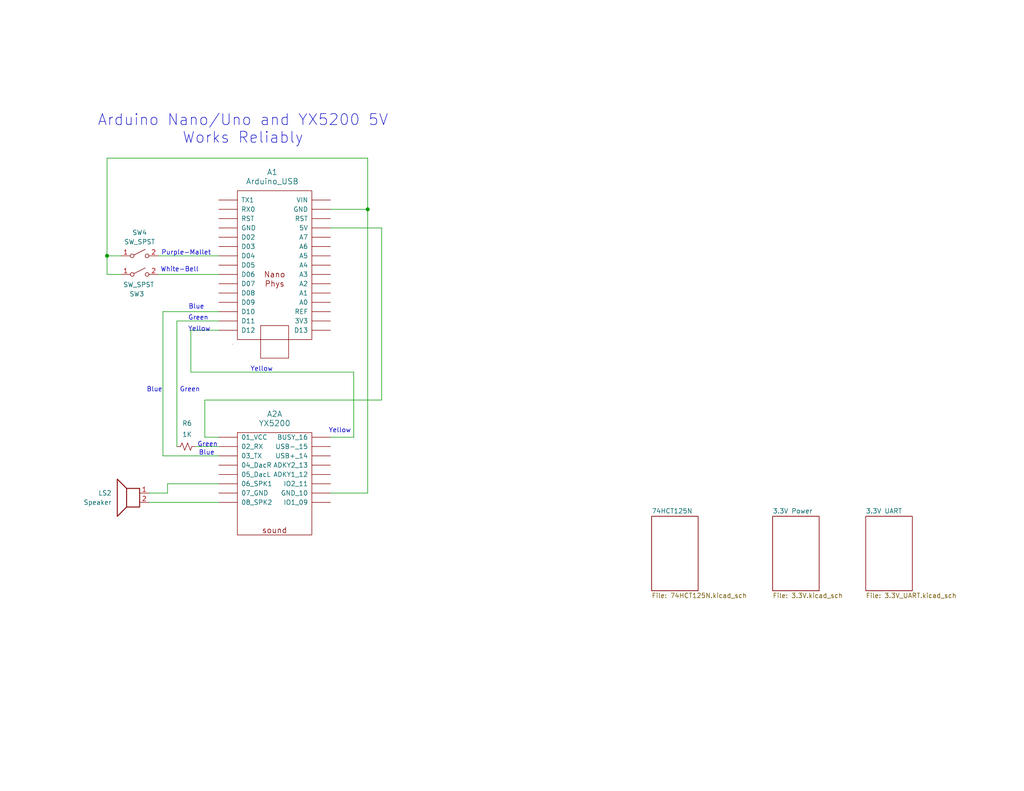
<source format=kicad_sch>
(kicad_sch (version 20250114) (generator "eeschema") (generator_version "9.0")
  (paper "USLetter")
  (title_block (title "Ring the Bell Prototypes") (date "2025-06-20") (rev "Rev 0.9") (company "https://github.com/Mark-MDO47/RingTheBell"))
  (lib_symbols
    (symbol "Device:R_Small_US" (pin_numbers (hide yes)) (pin_names (offset 0.254) (hide yes))
      (property "Reference" "R" (at 0.762 0.508 0))
      (property "Value" "R_Small_US" (at 0.762 -1.016 0))
      (symbol "R_Small_US_1_1"
        (pin passive line (at 0 2.54 270) (length 1.016) (name "~") (number "1"))
        (pin passive line (at 0 -2.54 90) (length 1.016) (name "~") (number "2"))
      )
    )
    (symbol "Device:Speaker" (pin_names (offset 0) (hide yes))
      (property "Reference" "LS" (at 1.27 5.715 0))
      (property "Value" "Speaker" (at 1.27 3.81 0))
      (symbol "Speaker_1_1"
        (pin input line (at -5.08 0 0) (length 2.54) (name "1") (number "1"))
        (pin input line (at -5.08 -2.54 0) (length 2.54) (name "2") (number "2"))
      )
    )
    (symbol "Switch:SW_SPST" (pin_names (offset 0) (hide yes))
      (property "Reference" "SW" (at 0 3.175 0))
      (property "Value" "SW_SPST" (at 0 -2.54 0))
      (symbol "SW_SPST_1_1"
        (pin passive line (at -5.08 0 0) (length 2.54) (name "A") (number "1"))
        (pin passive line (at 5.08 0 180) (length 2.54) (name "B") (number "2"))
      )
    )
    (symbol "mdoLibrary:Arduino_USB" (pin_names (offset 1.016))
      (property "Reference" "A" (at 0 0 0))
      (property "Value" "Arduino_USB" (at 0 2.54 90))
      (symbol "Arduino_USB_0_0"
        (text "Nano" (at 0 -2.54 0) (effects (font (size 1.524 1.524))))
        (text "Phys" (at 0 -5.08 0) (effects (font (size 1.524 1.524))))
      )
      (symbol "Arduino_USB_1_1"
        (pin input line (at -15.24 17.78 0) (length 5.08) (name "TX1") (number "~"))
        (pin input line (at -15.24 15.24 0) (length 5.08) (name "RX0") (number "~"))
        (pin input line (at -15.24 12.7 0) (length 5.08) (name "RST") (number "~"))
        (pin input line (at -15.24 10.16 0) (length 5.08) (name "GND") (number "~"))
        (pin input line (at -15.24 7.62 0) (length 5.08) (name "D02") (number "~"))
        (pin input line (at -15.24 5.08 0) (length 5.08) (name "D03") (number "~"))
        (pin input line (at -15.24 2.54 0) (length 5.08) (name "D04") (number "~"))
        (pin input line (at -15.24 0 0) (length 5.08) (name "D05") (number "~"))
        (pin input line (at -15.24 -2.54 0) (length 5.08) (name "D06") (number "~"))
        (pin input line (at -15.24 -5.08 0) (length 5.08) (name "D07") (number "~"))
        (pin input line (at -15.24 -7.62 0) (length 5.08) (name "D08") (number "~"))
        (pin input line (at -15.24 -10.16 0) (length 5.08) (name "D09") (number "~"))
        (pin input line (at -15.24 -12.7 0) (length 5.08) (name "D10") (number "~"))
        (pin input line (at -15.24 -15.24 0) (length 5.08) (name "D11") (number "~"))
        (pin input line (at -15.24 -17.78 0) (length 5.08) (name "D12") (number "~"))
        (pin input line (at 15.24 17.78 180) (length 5.08) (name "VIN") (number "~"))
        (pin input line (at 15.24 15.24 180) (length 5.08) (name "GND") (number "~"))
        (pin input line (at 15.24 12.7 180) (length 5.08) (name "RST") (number "~"))
        (pin input line (at 15.24 10.16 180) (length 5.08) (name "5V") (number "~"))
        (pin input line (at 15.24 7.62 180) (length 5.08) (name "A7") (number "~"))
        (pin input line (at 15.24 5.08 180) (length 5.08) (name "A6") (number "~"))
        (pin input line (at 15.24 2.54 180) (length 5.08) (name "A5") (number "~"))
        (pin input line (at 15.24 0 180) (length 5.08) (name "A4") (number "~"))
        (pin input line (at 15.24 -2.54 180) (length 5.08) (name "A3") (number "~"))
        (pin input line (at 15.24 -5.08 180) (length 5.08) (name "A2") (number "~"))
        (pin input line (at 15.24 -7.62 180) (length 5.08) (name "A1") (number "~"))
        (pin input line (at 15.24 -10.16 180) (length 5.08) (name "A0") (number "~"))
        (pin input line (at 15.24 -12.7 180) (length 5.08) (name "REF") (number "~"))
        (pin input line (at 15.24 -15.24 180) (length 5.08) (name "3V3") (number "~"))
        (pin input line (at 15.24 -17.78 180) (length 5.08) (name "D13") (number "~"))
      )
    )
    (symbol "mdoLibrary:YX5200" (pin_names (offset 1.016))
      (property "Reference" "A" (at 0 -2.54 0))
      (property "Value" "YX5200" (at 0 -5.08 0))
      (symbol "YX5200_0_0"
        (text "sound" (at 0 -7.62 0) (effects (font (size 1.524 1.524))))
      )
      (symbol "YX5200_1_1"
        (pin input line (at -15.24 17.78 0) (length 5.08) (name "01_VCC") (number "~"))
        (pin input line (at -15.24 15.24 0) (length 5.08) (name "02_RX") (number "~"))
        (pin input line (at -15.24 12.7 0) (length 5.08) (name "03_TX") (number "~"))
        (pin input line (at -15.24 10.16 0) (length 5.08) (name "04_DacR") (number "~"))
        (pin input line (at -15.24 7.62 0) (length 5.08) (name "05_DacL") (number "~"))
        (pin input line (at -15.24 5.08 0) (length 5.08) (name "06_SPK1") (number "~"))
        (pin input line (at -15.24 2.54 0) (length 5.08) (name "07_GND") (number "~"))
        (pin input line (at -15.24 0 0) (length 5.08) (name "08_SPK2") (number "~"))
        (pin input line (at 15.24 17.78 180) (length 5.08) (name "BUSY_16") (number "~"))
        (pin input line (at 15.24 15.24 180) (length 5.08) (name "USB-_15") (number "~"))
        (pin input line (at 15.24 12.7 180) (length 5.08) (name "USB+_14") (number "~"))
        (pin input line (at 15.24 10.16 180) (length 5.08) (name "ADKY2_13") (number "~"))
        (pin input line (at 15.24 7.62 180) (length 5.08) (name "ADKY1_12") (number "~"))
        (pin input line (at 15.24 5.08 180) (length 5.08) (name "IO2_11") (number "~"))
        (pin input line (at 15.24 2.54 180) (length 5.08) (name "GND_10") (number "~"))
        (pin input line (at 15.24 0 180) (length 5.08) (name "IO1_09") (number "~"))
      )
      (symbol "YX5200_2_1"
        (pin input line (at -15.24 17.78 0) (length 5.08) (name "01_VCC") (number "~"))
        (pin input line (at -15.24 15.24 0) (length 5.08) (name "02_RX") (number "~"))
        (pin input line (at -15.24 12.7 0) (length 5.08) (name "03_TX") (number "~"))
        (pin input line (at -15.24 10.16 0) (length 5.08) (name "04_DacR") (number "~"))
        (pin input line (at -15.24 7.62 0) (length 5.08) (name "05_DacL") (number "~"))
        (pin input line (at -15.24 5.08 0) (length 5.08) (name "06_SPK1") (number "~"))
        (pin input line (at -15.24 2.54 0) (length 5.08) (name "07_GND") (number "~"))
        (pin input line (at -15.24 0 0) (length 5.08) (name "08_SPK2") (number "~"))
        (pin input line (at 15.24 17.78 180) (length 5.08) (name "BUSY_16") (number "~"))
        (pin input line (at 15.24 15.24 180) (length 5.08) (name "USB-_15") (number "~"))
        (pin input line (at 15.24 12.7 180) (length 5.08) (name "USB+_14") (number "~"))
        (pin input line (at 15.24 10.16 180) (length 5.08) (name "ADKY2_13") (number "~"))
        (pin input line (at 15.24 7.62 180) (length 5.08) (name "ADKY1_12") (number "~"))
        (pin input line (at 15.24 5.08 180) (length 5.08) (name "IO2_11") (number "~"))
        (pin input line (at 15.24 2.54 180) (length 5.08) (name "GND_10") (number "~"))
        (pin input line (at 15.24 0 180) (length 5.08) (name "IO1_09") (number "~"))
      )
      (symbol "YX5200_3_1"
        (pin input line (at -15.24 17.78 0) (length 5.08) (name "01_VCC") (number "~"))
        (pin input line (at -15.24 15.24 0) (length 5.08) (name "02_RX") (number "~"))
        (pin input line (at -15.24 12.7 0) (length 5.08) (name "03_TX") (number "~"))
        (pin input line (at -15.24 10.16 0) (length 5.08) (name "04_DacR") (number "~"))
        (pin input line (at -15.24 7.62 0) (length 5.08) (name "05_DacL") (number "~"))
        (pin input line (at -15.24 5.08 0) (length 5.08) (name "06_SPK1") (number "~"))
        (pin input line (at -15.24 2.54 0) (length 5.08) (name "07_GND") (number "~"))
        (pin input line (at -15.24 0 0) (length 5.08) (name "08_SPK2") (number "~"))
        (pin input line (at 15.24 17.78 180) (length 5.08) (name "BUSY_16") (number "~"))
        (pin input line (at 15.24 15.24 180) (length 5.08) (name "USB-_15") (number "~"))
        (pin input line (at 15.24 12.7 180) (length 5.08) (name "USB+_14") (number "~"))
        (pin input line (at 15.24 10.16 180) (length 5.08) (name "ADKY2_13") (number "~"))
        (pin input line (at 15.24 7.62 180) (length 5.08) (name "ADKY1_12") (number "~"))
        (pin input line (at 15.24 5.08 180) (length 5.08) (name "IO2_11") (number "~"))
        (pin input line (at 15.24 2.54 180) (length 5.08) (name "GND_10") (number "~"))
        (pin input line (at 15.24 0 180) (length 5.08) (name "IO1_09") (number "~"))
      )
      (symbol "YX5200_4_1"
        (pin input line (at -15.24 17.78 0) (length 5.08) (name "01_VCC") (number "~"))
        (pin input line (at -15.24 15.24 0) (length 5.08) (name "02_RX") (number "~"))
        (pin input line (at -15.24 12.7 0) (length 5.08) (name "03_TX") (number "~"))
        (pin input line (at -15.24 10.16 0) (length 5.08) (name "04_DacR") (number "~"))
        (pin input line (at -15.24 7.62 0) (length 5.08) (name "05_DacL") (number "~"))
        (pin input line (at -15.24 5.08 0) (length 5.08) (name "06_SPK1") (number "~"))
        (pin input line (at -15.24 2.54 0) (length 5.08) (name "07_GND") (number "~"))
        (pin input line (at -15.24 0 0) (length 5.08) (name "08_SPK2") (number "~"))
        (pin input line (at 15.24 17.78 180) (length 5.08) (name "BUSY_16") (number "~"))
        (pin input line (at 15.24 15.24 180) (length 5.08) (name "USB-_15") (number "~"))
        (pin input line (at 15.24 12.7 180) (length 5.08) (name "USB+_14") (number "~"))
        (pin input line (at 15.24 10.16 180) (length 5.08) (name "ADKY2_13") (number "~"))
        (pin input line (at 15.24 7.62 180) (length 5.08) (name "ADKY1_12") (number "~"))
        (pin input line (at 15.24 5.08 180) (length 5.08) (name "IO2_11") (number "~"))
        (pin input line (at 15.24 2.54 180) (length 5.08) (name "GND_10") (number "~"))
        (pin input line (at 15.24 0 180) (length 5.08) (name "IO1_09") (number "~"))
      )
      (symbol "YX5200_5_1"
        (pin input line (at -15.24 17.78 0) (length 5.08) (name "01_VCC") (number "~"))
        (pin input line (at -15.24 15.24 0) (length 5.08) (name "02_RX") (number "~"))
        (pin input line (at -15.24 12.7 0) (length 5.08) (name "03_TX") (number "~"))
        (pin input line (at -15.24 10.16 0) (length 5.08) (name "04_DacR") (number "~"))
        (pin input line (at -15.24 7.62 0) (length 5.08) (name "05_DacL") (number "~"))
        (pin input line (at -15.24 5.08 0) (length 5.08) (name "06_SPK1") (number "~"))
        (pin input line (at -15.24 2.54 0) (length 5.08) (name "07_GND") (number "~"))
        (pin input line (at -15.24 0 0) (length 5.08) (name "08_SPK2") (number "~"))
        (pin input line (at 15.24 17.78 180) (length 5.08) (name "BUSY_16") (number "~"))
        (pin input line (at 15.24 15.24 180) (length 5.08) (name "USB-_15") (number "~"))
        (pin input line (at 15.24 12.7 180) (length 5.08) (name "USB+_14") (number "~"))
        (pin input line (at 15.24 10.16 180) (length 5.08) (name "ADKY2_13") (number "~"))
        (pin input line (at 15.24 7.62 180) (length 5.08) (name "ADKY1_12") (number "~"))
        (pin input line (at 15.24 5.08 180) (length 5.08) (name "IO2_11") (number "~"))
        (pin input line (at 15.24 2.54 180) (length 5.08) (name "GND_10") (number "~"))
        (pin input line (at 15.24 0 180) (length 5.08) (name "IO1_09") (number "~"))
      )
      (symbol "YX5200_6_1"
        (pin input line (at -15.24 17.78 0) (length 5.08) (name "01_VCC") (number "~"))
        (pin input line (at -15.24 15.24 0) (length 5.08) (name "02_RX") (number "~"))
        (pin input line (at -15.24 12.7 0) (length 5.08) (name "03_TX") (number "~"))
        (pin input line (at -15.24 10.16 0) (length 5.08) (name "04_DacR") (number "~"))
        (pin input line (at -15.24 7.62 0) (length 5.08) (name "05_DacL") (number "~"))
        (pin input line (at -15.24 5.08 0) (length 5.08) (name "06_SPK1") (number "~"))
        (pin input line (at -15.24 2.54 0) (length 5.08) (name "07_GND") (number "~"))
        (pin input line (at -15.24 0 0) (length 5.08) (name "08_SPK2") (number "~"))
        (pin input line (at 15.24 17.78 180) (length 5.08) (name "BUSY_16") (number "~"))
        (pin input line (at 15.24 15.24 180) (length 5.08) (name "USB-_15") (number "~"))
        (pin input line (at 15.24 12.7 180) (length 5.08) (name "USB+_14") (number "~"))
        (pin input line (at 15.24 10.16 180) (length 5.08) (name "ADKY2_13") (number "~"))
        (pin input line (at 15.24 7.62 180) (length 5.08) (name "ADKY1_12") (number "~"))
        (pin input line (at 15.24 5.08 180) (length 5.08) (name "IO2_11") (number "~"))
        (pin input line (at 15.24 2.54 180) (length 5.08) (name "GND_10") (number "~"))
        (pin input line (at 15.24 0 180) (length 5.08) (name "IO1_09") (number "~"))
      )
      (symbol "YX5200_7_1"
        (pin input line (at -15.24 17.78 0) (length 5.08) (name "01_VCC") (number "~"))
        (pin input line (at -15.24 15.24 0) (length 5.08) (name "02_RX") (number "~"))
        (pin input line (at -15.24 12.7 0) (length 5.08) (name "03_TX") (number "~"))
        (pin input line (at -15.24 10.16 0) (length 5.08) (name "04_DacR") (number "~"))
        (pin input line (at -15.24 7.62 0) (length 5.08) (name "05_DacL") (number "~"))
        (pin input line (at -15.24 5.08 0) (length 5.08) (name "06_SPK1") (number "~"))
        (pin input line (at -15.24 2.54 0) (length 5.08) (name "07_GND") (number "~"))
        (pin input line (at -15.24 0 0) (length 5.08) (name "08_SPK2") (number "~"))
        (pin input line (at 15.24 17.78 180) (length 5.08) (name "BUSY_16") (number "~"))
        (pin input line (at 15.24 15.24 180) (length 5.08) (name "USB-_15") (number "~"))
        (pin input line (at 15.24 12.7 180) (length 5.08) (name "USB+_14") (number "~"))
        (pin input line (at 15.24 10.16 180) (length 5.08) (name "ADKY2_13") (number "~"))
        (pin input line (at 15.24 7.62 180) (length 5.08) (name "ADKY1_12") (number "~"))
        (pin input line (at 15.24 5.08 180) (length 5.08) (name "IO2_11") (number "~"))
        (pin input line (at 15.24 2.54 180) (length 5.08) (name "GND_10") (number "~"))
        (pin input line (at 15.24 0 180) (length 5.08) (name "IO1_09") (number "~"))
      )
      (symbol "YX5200_8_1"
        (pin input line (at -15.24 17.78 0) (length 5.08) (name "01_VCC") (number "~"))
        (pin input line (at -15.24 15.24 0) (length 5.08) (name "02_RX") (number "~"))
        (pin input line (at -15.24 12.7 0) (length 5.08) (name "03_TX") (number "~"))
        (pin input line (at -15.24 10.16 0) (length 5.08) (name "04_DacR") (number "~"))
        (pin input line (at -15.24 7.62 0) (length 5.08) (name "05_DacL") (number "~"))
        (pin input line (at -15.24 5.08 0) (length 5.08) (name "06_SPK1") (number "~"))
        (pin input line (at -15.24 2.54 0) (length 5.08) (name "07_GND") (number "~"))
        (pin input line (at -15.24 0 0) (length 5.08) (name "08_SPK2") (number "~"))
        (pin input line (at 15.24 17.78 180) (length 5.08) (name "BUSY_16") (number "~"))
        (pin input line (at 15.24 15.24 180) (length 5.08) (name "USB-_15") (number "~"))
        (pin input line (at 15.24 12.7 180) (length 5.08) (name "USB+_14") (number "~"))
        (pin input line (at 15.24 10.16 180) (length 5.08) (name "ADKY2_13") (number "~"))
        (pin input line (at 15.24 7.62 180) (length 5.08) (name "ADKY1_12") (number "~"))
        (pin input line (at 15.24 5.08 180) (length 5.08) (name "IO2_11") (number "~"))
        (pin input line (at 15.24 2.54 180) (length 5.08) (name "GND_10") (number "~"))
        (pin input line (at 15.24 0 180) (length 5.08) (name "IO1_09") (number "~"))
      )
      (symbol "YX5200_9_1"
        (pin input line (at -15.24 17.78 0) (length 5.08) (name "01_VCC") (number "~"))
        (pin input line (at -15.24 15.24 0) (length 5.08) (name "02_RX") (number "~"))
        (pin input line (at -15.24 12.7 0) (length 5.08) (name "03_TX") (number "~"))
        (pin input line (at -15.24 10.16 0) (length 5.08) (name "04_DacR") (number "~"))
        (pin input line (at -15.24 7.62 0) (length 5.08) (name "05_DacL") (number "~"))
        (pin input line (at -15.24 5.08 0) (length 5.08) (name "06_SPK1") (number "~"))
        (pin input line (at -15.24 2.54 0) (length 5.08) (name "07_GND") (number "~"))
        (pin input line (at -15.24 0 0) (length 5.08) (name "08_SPK2") (number "~"))
        (pin input line (at 15.24 17.78 180) (length 5.08) (name "BUSY_16") (number "~"))
        (pin input line (at 15.24 15.24 180) (length 5.08) (name "USB-_15") (number "~"))
        (pin input line (at 15.24 12.7 180) (length 5.08) (name "USB+_14") (number "~"))
        (pin input line (at 15.24 10.16 180) (length 5.08) (name "ADKY2_13") (number "~"))
        (pin input line (at 15.24 7.62 180) (length 5.08) (name "ADKY1_12") (number "~"))
        (pin input line (at 15.24 5.08 180) (length 5.08) (name "IO2_11") (number "~"))
        (pin input line (at 15.24 2.54 180) (length 5.08) (name "GND_10") (number "~"))
        (pin input line (at 15.24 0 180) (length 5.08) (name "IO1_09") (number "~"))
      )
      (symbol "YX5200_10_1"
        (pin input line (at -15.24 17.78 0) (length 5.08) (name "01_VCC") (number "~"))
        (pin input line (at -15.24 15.24 0) (length 5.08) (name "02_RX") (number "~"))
        (pin input line (at -15.24 12.7 0) (length 5.08) (name "03_TX") (number "~"))
        (pin input line (at -15.24 10.16 0) (length 5.08) (name "04_DacR") (number "~"))
        (pin input line (at -15.24 7.62 0) (length 5.08) (name "05_DacL") (number "~"))
        (pin input line (at -15.24 5.08 0) (length 5.08) (name "06_SPK1") (number "~"))
        (pin input line (at -15.24 2.54 0) (length 5.08) (name "07_GND") (number "~"))
        (pin input line (at -15.24 0 0) (length 5.08) (name "08_SPK2") (number "~"))
        (pin input line (at 15.24 17.78 180) (length 5.08) (name "BUSY_16") (number "~"))
        (pin input line (at 15.24 15.24 180) (length 5.08) (name "USB-_15") (number "~"))
        (pin input line (at 15.24 12.7 180) (length 5.08) (name "USB+_14") (number "~"))
        (pin input line (at 15.24 10.16 180) (length 5.08) (name "ADKY2_13") (number "~"))
        (pin input line (at 15.24 7.62 180) (length 5.08) (name "ADKY1_12") (number "~"))
        (pin input line (at 15.24 5.08 180) (length 5.08) (name "IO2_11") (number "~"))
        (pin input line (at 15.24 2.54 180) (length 5.08) (name "GND_10") (number "~"))
        (pin input line (at 15.24 0 180) (length 5.08) (name "IO1_09") (number "~"))
      )
      (symbol "YX5200_11_1"
        (pin input line (at -15.24 17.78 0) (length 5.08) (name "01_VCC") (number "~"))
        (pin input line (at -15.24 15.24 0) (length 5.08) (name "02_RX") (number "~"))
        (pin input line (at -15.24 12.7 0) (length 5.08) (name "03_TX") (number "~"))
        (pin input line (at -15.24 10.16 0) (length 5.08) (name "04_DacR") (number "~"))
        (pin input line (at -15.24 7.62 0) (length 5.08) (name "05_DacL") (number "~"))
        (pin input line (at -15.24 5.08 0) (length 5.08) (name "06_SPK1") (number "~"))
        (pin input line (at -15.24 2.54 0) (length 5.08) (name "07_GND") (number "~"))
        (pin input line (at -15.24 0 0) (length 5.08) (name "08_SPK2") (number "~"))
        (pin input line (at 15.24 17.78 180) (length 5.08) (name "BUSY_16") (number "~"))
        (pin input line (at 15.24 15.24 180) (length 5.08) (name "USB-_15") (number "~"))
        (pin input line (at 15.24 12.7 180) (length 5.08) (name "USB+_14") (number "~"))
        (pin input line (at 15.24 10.16 180) (length 5.08) (name "ADKY2_13") (number "~"))
        (pin input line (at 15.24 7.62 180) (length 5.08) (name "ADKY1_12") (number "~"))
        (pin input line (at 15.24 5.08 180) (length 5.08) (name "IO2_11") (number "~"))
        (pin input line (at 15.24 2.54 180) (length 5.08) (name "GND_10") (number "~"))
        (pin input line (at 15.24 0 180) (length 5.08) (name "IO1_09") (number "~"))
      )
      (symbol "YX5200_12_1"
        (pin input line (at -15.24 17.78 0) (length 5.08) (name "01_VCC") (number "~"))
        (pin input line (at -15.24 15.24 0) (length 5.08) (name "02_RX") (number "~"))
        (pin input line (at -15.24 12.7 0) (length 5.08) (name "03_TX") (number "~"))
        (pin input line (at -15.24 10.16 0) (length 5.08) (name "04_DacR") (number "~"))
        (pin input line (at -15.24 7.62 0) (length 5.08) (name "05_DacL") (number "~"))
        (pin input line (at -15.24 5.08 0) (length 5.08) (name "06_SPK1") (number "~"))
        (pin input line (at -15.24 2.54 0) (length 5.08) (name "07_GND") (number "~"))
        (pin input line (at -15.24 0 0) (length 5.08) (name "08_SPK2") (number "~"))
        (pin input line (at 15.24 17.78 180) (length 5.08) (name "BUSY_16") (number "~"))
        (pin input line (at 15.24 15.24 180) (length 5.08) (name "USB-_15") (number "~"))
        (pin input line (at 15.24 12.7 180) (length 5.08) (name "USB+_14") (number "~"))
        (pin input line (at 15.24 10.16 180) (length 5.08) (name "ADKY2_13") (number "~"))
        (pin input line (at 15.24 7.62 180) (length 5.08) (name "ADKY1_12") (number "~"))
        (pin input line (at 15.24 5.08 180) (length 5.08) (name "IO2_11") (number "~"))
        (pin input line (at 15.24 2.54 180) (length 5.08) (name "GND_10") (number "~"))
        (pin input line (at 15.24 0 180) (length 5.08) (name "IO1_09") (number "~"))
      )
      (symbol "YX5200_13_1"
        (pin input line (at -15.24 17.78 0) (length 5.08) (name "01_VCC") (number "~"))
        (pin input line (at -15.24 15.24 0) (length 5.08) (name "02_RX") (number "~"))
        (pin input line (at -15.24 12.7 0) (length 5.08) (name "03_TX") (number "~"))
        (pin input line (at -15.24 10.16 0) (length 5.08) (name "04_DacR") (number "~"))
        (pin input line (at -15.24 7.62 0) (length 5.08) (name "05_DacL") (number "~"))
        (pin input line (at -15.24 5.08 0) (length 5.08) (name "06_SPK1") (number "~"))
        (pin input line (at -15.24 2.54 0) (length 5.08) (name "07_GND") (number "~"))
        (pin input line (at -15.24 0 0) (length 5.08) (name "08_SPK2") (number "~"))
        (pin input line (at 15.24 17.78 180) (length 5.08) (name "BUSY_16") (number "~"))
        (pin input line (at 15.24 15.24 180) (length 5.08) (name "USB-_15") (number "~"))
        (pin input line (at 15.24 12.7 180) (length 5.08) (name "USB+_14") (number "~"))
        (pin input line (at 15.24 10.16 180) (length 5.08) (name "ADKY2_13") (number "~"))
        (pin input line (at 15.24 7.62 180) (length 5.08) (name "ADKY1_12") (number "~"))
        (pin input line (at 15.24 5.08 180) (length 5.08) (name "IO2_11") (number "~"))
        (pin input line (at 15.24 2.54 180) (length 5.08) (name "GND_10") (number "~"))
        (pin input line (at 15.24 0 180) (length 5.08) (name "IO1_09") (number "~"))
      )
      (symbol "YX5200_14_1"
        (pin input line (at -15.24 17.78 0) (length 5.08) (name "01_VCC") (number "~"))
        (pin input line (at -15.24 15.24 0) (length 5.08) (name "02_RX") (number "~"))
        (pin input line (at -15.24 12.7 0) (length 5.08) (name "03_TX") (number "~"))
        (pin input line (at -15.24 10.16 0) (length 5.08) (name "04_DacR") (number "~"))
        (pin input line (at -15.24 7.62 0) (length 5.08) (name "05_DacL") (number "~"))
        (pin input line (at -15.24 5.08 0) (length 5.08) (name "06_SPK1") (number "~"))
        (pin input line (at -15.24 2.54 0) (length 5.08) (name "07_GND") (number "~"))
        (pin input line (at -15.24 0 0) (length 5.08) (name "08_SPK2") (number "~"))
        (pin input line (at 15.24 17.78 180) (length 5.08) (name "BUSY_16") (number "~"))
        (pin input line (at 15.24 15.24 180) (length 5.08) (name "USB-_15") (number "~"))
        (pin input line (at 15.24 12.7 180) (length 5.08) (name "USB+_14") (number "~"))
        (pin input line (at 15.24 10.16 180) (length 5.08) (name "ADKY2_13") (number "~"))
        (pin input line (at 15.24 7.62 180) (length 5.08) (name "ADKY1_12") (number "~"))
        (pin input line (at 15.24 5.08 180) (length 5.08) (name "IO2_11") (number "~"))
        (pin input line (at 15.24 2.54 180) (length 5.08) (name "GND_10") (number "~"))
        (pin input line (at 15.24 0 180) (length 5.08) (name "IO1_09") (number "~"))
      )
      (symbol "YX5200_15_1"
        (pin input line (at -15.24 17.78 0) (length 5.08) (name "01_VCC") (number "~"))
        (pin input line (at -15.24 15.24 0) (length 5.08) (name "02_RX") (number "~"))
        (pin input line (at -15.24 12.7 0) (length 5.08) (name "03_TX") (number "~"))
        (pin input line (at -15.24 10.16 0) (length 5.08) (name "04_DacR") (number "~"))
        (pin input line (at -15.24 7.62 0) (length 5.08) (name "05_DacL") (number "~"))
        (pin input line (at -15.24 5.08 0) (length 5.08) (name "06_SPK1") (number "~"))
        (pin input line (at -15.24 2.54 0) (length 5.08) (name "07_GND") (number "~"))
        (pin input line (at -15.24 0 0) (length 5.08) (name "08_SPK2") (number "~"))
        (pin input line (at 15.24 17.78 180) (length 5.08) (name "BUSY_16") (number "~"))
        (pin input line (at 15.24 15.24 180) (length 5.08) (name "USB-_15") (number "~"))
        (pin input line (at 15.24 12.7 180) (length 5.08) (name "USB+_14") (number "~"))
        (pin input line (at 15.24 10.16 180) (length 5.08) (name "ADKY2_13") (number "~"))
        (pin input line (at 15.24 7.62 180) (length 5.08) (name "ADKY1_12") (number "~"))
        (pin input line (at 15.24 5.08 180) (length 5.08) (name "IO2_11") (number "~"))
        (pin input line (at 15.24 2.54 180) (length 5.08) (name "GND_10") (number "~"))
        (pin input line (at 15.24 0 180) (length 5.08) (name "IO1_09") (number "~"))
      )
      (symbol "YX5200_16_1"
        (pin input line (at -15.24 17.78 0) (length 5.08) (name "01_VCC") (number "~"))
        (pin input line (at -15.24 15.24 0) (length 5.08) (name "02_RX") (number "~"))
        (pin input line (at -15.24 12.7 0) (length 5.08) (name "03_TX") (number "~"))
        (pin input line (at -15.24 10.16 0) (length 5.08) (name "04_DacR") (number "~"))
        (pin input line (at -15.24 7.62 0) (length 5.08) (name "05_DacL") (number "~"))
        (pin input line (at -15.24 5.08 0) (length 5.08) (name "06_SPK1") (number "~"))
        (pin input line (at -15.24 2.54 0) (length 5.08) (name "07_GND") (number "~"))
        (pin input line (at -15.24 0 0) (length 5.08) (name "08_SPK2") (number "~"))
        (pin input line (at 15.24 17.78 180) (length 5.08) (name "BUSY_16") (number "~"))
        (pin input line (at 15.24 15.24 180) (length 5.08) (name "USB-_15") (number "~"))
        (pin input line (at 15.24 12.7 180) (length 5.08) (name "USB+_14") (number "~"))
        (pin input line (at 15.24 10.16 180) (length 5.08) (name "ADKY2_13") (number "~"))
        (pin input line (at 15.24 7.62 180) (length 5.08) (name "ADKY1_12") (number "~"))
        (pin input line (at 15.24 5.08 180) (length 5.08) (name "IO2_11") (number "~"))
        (pin input line (at 15.24 2.54 180) (length 5.08) (name "GND_10") (number "~"))
        (pin input line (at 15.24 0 180) (length 5.08) (name "IO1_09") (number "~"))
      )
      (symbol "YX5200_17_1"
        (pin input line (at -15.24 17.78 0) (length 5.08) (name "01_VCC") (number "~"))
        (pin input line (at -15.24 15.24 0) (length 5.08) (name "02_RX") (number "~"))
        (pin input line (at -15.24 12.7 0) (length 5.08) (name "03_TX") (number "~"))
        (pin input line (at -15.24 10.16 0) (length 5.08) (name "04_DacR") (number "~"))
        (pin input line (at -15.24 7.62 0) (length 5.08) (name "05_DacL") (number "~"))
        (pin input line (at -15.24 5.08 0) (length 5.08) (name "06_SPK1") (number "~"))
        (pin input line (at -15.24 2.54 0) (length 5.08) (name "07_GND") (number "~"))
        (pin input line (at -15.24 0 0) (length 5.08) (name "08_SPK2") (number "~"))
        (pin input line (at 15.24 17.78 180) (length 5.08) (name "BUSY_16") (number "~"))
        (pin input line (at 15.24 15.24 180) (length 5.08) (name "USB-_15") (number "~"))
        (pin input line (at 15.24 12.7 180) (length 5.08) (name "USB+_14") (number "~"))
        (pin input line (at 15.24 10.16 180) (length 5.08) (name "ADKY2_13") (number "~"))
        (pin input line (at 15.24 7.62 180) (length 5.08) (name "ADKY1_12") (number "~"))
        (pin input line (at 15.24 5.08 180) (length 5.08) (name "IO2_11") (number "~"))
        (pin input line (at 15.24 2.54 180) (length 5.08) (name "GND_10") (number "~"))
        (pin input line (at 15.24 0 180) (length 5.08) (name "IO1_09") (number "~"))
      )
      (symbol "YX5200_18_1"
        (pin input line (at -15.24 17.78 0) (length 5.08) (name "01_VCC") (number "~"))
        (pin input line (at -15.24 15.24 0) (length 5.08) (name "02_RX") (number "~"))
        (pin input line (at -15.24 12.7 0) (length 5.08) (name "03_TX") (number "~"))
        (pin input line (at -15.24 10.16 0) (length 5.08) (name "04_DacR") (number "~"))
        (pin input line (at -15.24 7.62 0) (length 5.08) (name "05_DacL") (number "~"))
        (pin input line (at -15.24 5.08 0) (length 5.08) (name "06_SPK1") (number "~"))
        (pin input line (at -15.24 2.54 0) (length 5.08) (name "07_GND") (number "~"))
        (pin input line (at -15.24 0 0) (length 5.08) (name "08_SPK2") (number "~"))
        (pin input line (at 15.24 17.78 180) (length 5.08) (name "BUSY_16") (number "~"))
        (pin input line (at 15.24 15.24 180) (length 5.08) (name "USB-_15") (number "~"))
        (pin input line (at 15.24 12.7 180) (length 5.08) (name "USB+_14") (number "~"))
        (pin input line (at 15.24 10.16 180) (length 5.08) (name "ADKY2_13") (number "~"))
        (pin input line (at 15.24 7.62 180) (length 5.08) (name "ADKY1_12") (number "~"))
        (pin input line (at 15.24 5.08 180) (length 5.08) (name "IO2_11") (number "~"))
        (pin input line (at 15.24 2.54 180) (length 5.08) (name "GND_10") (number "~"))
        (pin input line (at 15.24 0 180) (length 5.08) (name "IO1_09") (number "~"))
      )
      (symbol "YX5200_19_1"
        (pin input line (at -15.24 17.78 0) (length 5.08) (name "01_VCC") (number "~"))
        (pin input line (at -15.24 15.24 0) (length 5.08) (name "02_RX") (number "~"))
        (pin input line (at -15.24 12.7 0) (length 5.08) (name "03_TX") (number "~"))
        (pin input line (at -15.24 10.16 0) (length 5.08) (name "04_DacR") (number "~"))
        (pin input line (at -15.24 7.62 0) (length 5.08) (name "05_DacL") (number "~"))
        (pin input line (at -15.24 5.08 0) (length 5.08) (name "06_SPK1") (number "~"))
        (pin input line (at -15.24 2.54 0) (length 5.08) (name "07_GND") (number "~"))
        (pin input line (at -15.24 0 0) (length 5.08) (name "08_SPK2") (number "~"))
        (pin input line (at 15.24 17.78 180) (length 5.08) (name "BUSY_16") (number "~"))
        (pin input line (at 15.24 15.24 180) (length 5.08) (name "USB-_15") (number "~"))
        (pin input line (at 15.24 12.7 180) (length 5.08) (name "USB+_14") (number "~"))
        (pin input line (at 15.24 10.16 180) (length 5.08) (name "ADKY2_13") (number "~"))
        (pin input line (at 15.24 7.62 180) (length 5.08) (name "ADKY1_12") (number "~"))
        (pin input line (at 15.24 5.08 180) (length 5.08) (name "IO2_11") (number "~"))
        (pin input line (at 15.24 2.54 180) (length 5.08) (name "GND_10") (number "~"))
        (pin input line (at 15.24 0 180) (length 5.08) (name "IO1_09") (number "~"))
      )
      (symbol "YX5200_20_1"
        (pin input line (at -15.24 17.78 0) (length 5.08) (name "01_VCC") (number "~"))
        (pin input line (at -15.24 15.24 0) (length 5.08) (name "02_RX") (number "~"))
        (pin input line (at -15.24 12.7 0) (length 5.08) (name "03_TX") (number "~"))
        (pin input line (at -15.24 10.16 0) (length 5.08) (name "04_DacR") (number "~"))
        (pin input line (at -15.24 7.62 0) (length 5.08) (name "05_DacL") (number "~"))
        (pin input line (at -15.24 5.08 0) (length 5.08) (name "06_SPK1") (number "~"))
        (pin input line (at -15.24 2.54 0) (length 5.08) (name "07_GND") (number "~"))
        (pin input line (at -15.24 0 0) (length 5.08) (name "08_SPK2") (number "~"))
        (pin input line (at 15.24 17.78 180) (length 5.08) (name "BUSY_16") (number "~"))
        (pin input line (at 15.24 15.24 180) (length 5.08) (name "USB-_15") (number "~"))
        (pin input line (at 15.24 12.7 180) (length 5.08) (name "USB+_14") (number "~"))
        (pin input line (at 15.24 10.16 180) (length 5.08) (name "ADKY2_13") (number "~"))
        (pin input line (at 15.24 7.62 180) (length 5.08) (name "ADKY1_12") (number "~"))
        (pin input line (at 15.24 5.08 180) (length 5.08) (name "IO2_11") (number "~"))
        (pin input line (at 15.24 2.54 180) (length 5.08) (name "GND_10") (number "~"))
        (pin input line (at 15.24 0 180) (length 5.08) (name "IO1_09") (number "~"))
      )
      (symbol "YX5200_21_1"
        (pin input line (at -15.24 17.78 0) (length 5.08) (name "01_VCC") (number "~"))
        (pin input line (at -15.24 15.24 0) (length 5.08) (name "02_RX") (number "~"))
        (pin input line (at -15.24 12.7 0) (length 5.08) (name "03_TX") (number "~"))
        (pin input line (at -15.24 10.16 0) (length 5.08) (name "04_DacR") (number "~"))
        (pin input line (at -15.24 7.62 0) (length 5.08) (name "05_DacL") (number "~"))
        (pin input line (at -15.24 5.08 0) (length 5.08) (name "06_SPK1") (number "~"))
        (pin input line (at -15.24 2.54 0) (length 5.08) (name "07_GND") (number "~"))
        (pin input line (at -15.24 0 0) (length 5.08) (name "08_SPK2") (number "~"))
        (pin input line (at 15.24 17.78 180) (length 5.08) (name "BUSY_16") (number "~"))
        (pin input line (at 15.24 15.24 180) (length 5.08) (name "USB-_15") (number "~"))
        (pin input line (at 15.24 12.7 180) (length 5.08) (name "USB+_14") (number "~"))
        (pin input line (at 15.24 10.16 180) (length 5.08) (name "ADKY2_13") (number "~"))
        (pin input line (at 15.24 7.62 180) (length 5.08) (name "ADKY1_12") (number "~"))
        (pin input line (at 15.24 5.08 180) (length 5.08) (name "IO2_11") (number "~"))
        (pin input line (at 15.24 2.54 180) (length 5.08) (name "GND_10") (number "~"))
        (pin input line (at 15.24 0 180) (length 5.08) (name "IO1_09") (number "~"))
      )
      (symbol "YX5200_22_1"
        (pin input line (at -15.24 17.78 0) (length 5.08) (name "01_VCC") (number "~"))
        (pin input line (at -15.24 15.24 0) (length 5.08) (name "02_RX") (number "~"))
        (pin input line (at -15.24 12.7 0) (length 5.08) (name "03_TX") (number "~"))
        (pin input line (at -15.24 10.16 0) (length 5.08) (name "04_DacR") (number "~"))
        (pin input line (at -15.24 7.62 0) (length 5.08) (name "05_DacL") (number "~"))
        (pin input line (at -15.24 5.08 0) (length 5.08) (name "06_SPK1") (number "~"))
        (pin input line (at -15.24 2.54 0) (length 5.08) (name "07_GND") (number "~"))
        (pin input line (at -15.24 0 0) (length 5.08) (name "08_SPK2") (number "~"))
        (pin input line (at 15.24 17.78 180) (length 5.08) (name "BUSY_16") (number "~"))
        (pin input line (at 15.24 15.24 180) (length 5.08) (name "USB-_15") (number "~"))
        (pin input line (at 15.24 12.7 180) (length 5.08) (name "USB+_14") (number "~"))
        (pin input line (at 15.24 10.16 180) (length 5.08) (name "ADKY2_13") (number "~"))
        (pin input line (at 15.24 7.62 180) (length 5.08) (name "ADKY1_12") (number "~"))
        (pin input line (at 15.24 5.08 180) (length 5.08) (name "IO2_11") (number "~"))
        (pin input line (at 15.24 2.54 180) (length 5.08) (name "GND_10") (number "~"))
        (pin input line (at 15.24 0 180) (length 5.08) (name "IO1_09") (number "~"))
      )
      (symbol "YX5200_23_1"
        (pin input line (at -15.24 17.78 0) (length 5.08) (name "01_VCC") (number "~"))
        (pin input line (at -15.24 15.24 0) (length 5.08) (name "02_RX") (number "~"))
        (pin input line (at -15.24 12.7 0) (length 5.08) (name "03_TX") (number "~"))
        (pin input line (at -15.24 10.16 0) (length 5.08) (name "04_DacR") (number "~"))
        (pin input line (at -15.24 7.62 0) (length 5.08) (name "05_DacL") (number "~"))
        (pin input line (at -15.24 5.08 0) (length 5.08) (name "06_SPK1") (number "~"))
        (pin input line (at -15.24 2.54 0) (length 5.08) (name "07_GND") (number "~"))
        (pin input line (at -15.24 0 0) (length 5.08) (name "08_SPK2") (number "~"))
        (pin input line (at 15.24 17.78 180) (length 5.08) (name "BUSY_16") (number "~"))
        (pin input line (at 15.24 15.24 180) (length 5.08) (name "USB-_15") (number "~"))
        (pin input line (at 15.24 12.7 180) (length 5.08) (name "USB+_14") (number "~"))
        (pin input line (at 15.24 10.16 180) (length 5.08) (name "ADKY2_13") (number "~"))
        (pin input line (at 15.24 7.62 180) (length 5.08) (name "ADKY1_12") (number "~"))
        (pin input line (at 15.24 5.08 180) (length 5.08) (name "IO2_11") (number "~"))
        (pin input line (at 15.24 2.54 180) (length 5.08) (name "GND_10") (number "~"))
        (pin input line (at 15.24 0 180) (length 5.08) (name "IO1_09") (number "~"))
      )
      (symbol "YX5200_24_1"
        (pin input line (at -15.24 17.78 0) (length 5.08) (name "01_VCC") (number "~"))
        (pin input line (at -15.24 15.24 0) (length 5.08) (name "02_RX") (number "~"))
        (pin input line (at -15.24 12.7 0) (length 5.08) (name "03_TX") (number "~"))
        (pin input line (at -15.24 10.16 0) (length 5.08) (name "04_DacR") (number "~"))
        (pin input line (at -15.24 7.62 0) (length 5.08) (name "05_DacL") (number "~"))
        (pin input line (at -15.24 5.08 0) (length 5.08) (name "06_SPK1") (number "~"))
        (pin input line (at -15.24 2.54 0) (length 5.08) (name "07_GND") (number "~"))
        (pin input line (at -15.24 0 0) (length 5.08) (name "08_SPK2") (number "~"))
        (pin input line (at 15.24 17.78 180) (length 5.08) (name "BUSY_16") (number "~"))
        (pin input line (at 15.24 15.24 180) (length 5.08) (name "USB-_15") (number "~"))
        (pin input line (at 15.24 12.7 180) (length 5.08) (name "USB+_14") (number "~"))
        (pin input line (at 15.24 10.16 180) (length 5.08) (name "ADKY2_13") (number "~"))
        (pin input line (at 15.24 7.62 180) (length 5.08) (name "ADKY1_12") (number "~"))
        (pin input line (at 15.24 5.08 180) (length 5.08) (name "IO2_11") (number "~"))
        (pin input line (at 15.24 2.54 180) (length 5.08) (name "GND_10") (number "~"))
        (pin input line (at 15.24 0 180) (length 5.08) (name "IO1_09") (number "~"))
      )
      (symbol "YX5200_25_1"
        (pin input line (at -15.24 17.78 0) (length 5.08) (name "01_VCC") (number "~"))
        (pin input line (at -15.24 15.24 0) (length 5.08) (name "02_RX") (number "~"))
        (pin input line (at -15.24 12.7 0) (length 5.08) (name "03_TX") (number "~"))
        (pin input line (at -15.24 10.16 0) (length 5.08) (name "04_DacR") (number "~"))
        (pin input line (at -15.24 7.62 0) (length 5.08) (name "05_DacL") (number "~"))
        (pin input line (at -15.24 5.08 0) (length 5.08) (name "06_SPK1") (number "~"))
        (pin input line (at -15.24 2.54 0) (length 5.08) (name "07_GND") (number "~"))
        (pin input line (at -15.24 0 0) (length 5.08) (name "08_SPK2") (number "~"))
        (pin input line (at 15.24 17.78 180) (length 5.08) (name "BUSY_16") (number "~"))
        (pin input line (at 15.24 15.24 180) (length 5.08) (name "USB-_15") (number "~"))
        (pin input line (at 15.24 12.7 180) (length 5.08) (name "USB+_14") (number "~"))
        (pin input line (at 15.24 10.16 180) (length 5.08) (name "ADKY2_13") (number "~"))
        (pin input line (at 15.24 7.62 180) (length 5.08) (name "ADKY1_12") (number "~"))
        (pin input line (at 15.24 5.08 180) (length 5.08) (name "IO2_11") (number "~"))
        (pin input line (at 15.24 2.54 180) (length 5.08) (name "GND_10") (number "~"))
        (pin input line (at 15.24 0 180) (length 5.08) (name "IO1_09") (number "~"))
      )
      (symbol "YX5200_26_1"
        (pin input line (at -15.24 17.78 0) (length 5.08) (name "01_VCC") (number "~"))
        (pin input line (at -15.24 15.24 0) (length 5.08) (name "02_RX") (number "~"))
        (pin input line (at -15.24 12.7 0) (length 5.08) (name "03_TX") (number "~"))
        (pin input line (at -15.24 10.16 0) (length 5.08) (name "04_DacR") (number "~"))
        (pin input line (at -15.24 7.62 0) (length 5.08) (name "05_DacL") (number "~"))
        (pin input line (at -15.24 5.08 0) (length 5.08) (name "06_SPK1") (number "~"))
        (pin input line (at -15.24 2.54 0) (length 5.08) (name "07_GND") (number "~"))
        (pin input line (at -15.24 0 0) (length 5.08) (name "08_SPK2") (number "~"))
        (pin input line (at 15.24 17.78 180) (length 5.08) (name "BUSY_16") (number "~"))
        (pin input line (at 15.24 15.24 180) (length 5.08) (name "USB-_15") (number "~"))
        (pin input line (at 15.24 12.7 180) (length 5.08) (name "USB+_14") (number "~"))
        (pin input line (at 15.24 10.16 180) (length 5.08) (name "ADKY2_13") (number "~"))
        (pin input line (at 15.24 7.62 180) (length 5.08) (name "ADKY1_12") (number "~"))
        (pin input line (at 15.24 5.08 180) (length 5.08) (name "IO2_11") (number "~"))
        (pin input line (at 15.24 2.54 180) (length 5.08) (name "GND_10") (number "~"))
        (pin input line (at 15.24 0 180) (length 5.08) (name "IO1_09") (number "~"))
      )
      (symbol "YX5200_27_1"
        (pin input line (at -15.24 17.78 0) (length 5.08) (name "01_VCC") (number "~"))
        (pin input line (at -15.24 15.24 0) (length 5.08) (name "02_RX") (number "~"))
        (pin input line (at -15.24 12.7 0) (length 5.08) (name "03_TX") (number "~"))
        (pin input line (at -15.24 10.16 0) (length 5.08) (name "04_DacR") (number "~"))
        (pin input line (at -15.24 7.62 0) (length 5.08) (name "05_DacL") (number "~"))
        (pin input line (at -15.24 5.08 0) (length 5.08) (name "06_SPK1") (number "~"))
        (pin input line (at -15.24 2.54 0) (length 5.08) (name "07_GND") (number "~"))
        (pin input line (at -15.24 0 0) (length 5.08) (name "08_SPK2") (number "~"))
        (pin input line (at 15.24 17.78 180) (length 5.08) (name "BUSY_16") (number "~"))
        (pin input line (at 15.24 15.24 180) (length 5.08) (name "USB-_15") (number "~"))
        (pin input line (at 15.24 12.7 180) (length 5.08) (name "USB+_14") (number "~"))
        (pin input line (at 15.24 10.16 180) (length 5.08) (name "ADKY2_13") (number "~"))
        (pin input line (at 15.24 7.62 180) (length 5.08) (name "ADKY1_12") (number "~"))
        (pin input line (at 15.24 5.08 180) (length 5.08) (name "IO2_11") (number "~"))
        (pin input line (at 15.24 2.54 180) (length 5.08) (name "GND_10") (number "~"))
        (pin input line (at 15.24 0 180) (length 5.08) (name "IO1_09") (number "~"))
      )
      (symbol "YX5200_28_1"
        (pin input line (at -15.24 17.78 0) (length 5.08) (name "01_VCC") (number "~"))
        (pin input line (at -15.24 15.24 0) (length 5.08) (name "02_RX") (number "~"))
        (pin input line (at -15.24 12.7 0) (length 5.08) (name "03_TX") (number "~"))
        (pin input line (at -15.24 10.16 0) (length 5.08) (name "04_DacR") (number "~"))
        (pin input line (at -15.24 7.62 0) (length 5.08) (name "05_DacL") (number "~"))
        (pin input line (at -15.24 5.08 0) (length 5.08) (name "06_SPK1") (number "~"))
        (pin input line (at -15.24 2.54 0) (length 5.08) (name "07_GND") (number "~"))
        (pin input line (at -15.24 0 0) (length 5.08) (name "08_SPK2") (number "~"))
        (pin input line (at 15.24 17.78 180) (length 5.08) (name "BUSY_16") (number "~"))
        (pin input line (at 15.24 15.24 180) (length 5.08) (name "USB-_15") (number "~"))
        (pin input line (at 15.24 12.7 180) (length 5.08) (name "USB+_14") (number "~"))
        (pin input line (at 15.24 10.16 180) (length 5.08) (name "ADKY2_13") (number "~"))
        (pin input line (at 15.24 7.62 180) (length 5.08) (name "ADKY1_12") (number "~"))
        (pin input line (at 15.24 5.08 180) (length 5.08) (name "IO2_11") (number "~"))
        (pin input line (at 15.24 2.54 180) (length 5.08) (name "GND_10") (number "~"))
        (pin input line (at 15.24 0 180) (length 5.08) (name "IO1_09") (number "~"))
      )
      (symbol "YX5200_29_1"
        (pin input line (at -15.24 17.78 0) (length 5.08) (name "01_VCC") (number "~"))
        (pin input line (at -15.24 15.24 0) (length 5.08) (name "02_RX") (number "~"))
        (pin input line (at -15.24 12.7 0) (length 5.08) (name "03_TX") (number "~"))
        (pin input line (at -15.24 10.16 0) (length 5.08) (name "04_DacR") (number "~"))
        (pin input line (at -15.24 7.62 0) (length 5.08) (name "05_DacL") (number "~"))
        (pin input line (at -15.24 5.08 0) (length 5.08) (name "06_SPK1") (number "~"))
        (pin input line (at -15.24 2.54 0) (length 5.08) (name "07_GND") (number "~"))
        (pin input line (at -15.24 0 0) (length 5.08) (name "08_SPK2") (number "~"))
        (pin input line (at 15.24 17.78 180) (length 5.08) (name "BUSY_16") (number "~"))
        (pin input line (at 15.24 15.24 180) (length 5.08) (name "USB-_15") (number "~"))
        (pin input line (at 15.24 12.7 180) (length 5.08) (name "USB+_14") (number "~"))
        (pin input line (at 15.24 10.16 180) (length 5.08) (name "ADKY2_13") (number "~"))
        (pin input line (at 15.24 7.62 180) (length 5.08) (name "ADKY1_12") (number "~"))
        (pin input line (at 15.24 5.08 180) (length 5.08) (name "IO2_11") (number "~"))
        (pin input line (at 15.24 2.54 180) (length 5.08) (name "GND_10") (number "~"))
        (pin input line (at 15.24 0 180) (length 5.08) (name "IO1_09") (number "~"))
      )
      (symbol "YX5200_30_1"
        (pin input line (at -15.24 17.78 0) (length 5.08) (name "01_VCC") (number "~"))
        (pin input line (at -15.24 15.24 0) (length 5.08) (name "02_RX") (number "~"))
        (pin input line (at -15.24 12.7 0) (length 5.08) (name "03_TX") (number "~"))
        (pin input line (at -15.24 10.16 0) (length 5.08) (name "04_DacR") (number "~"))
        (pin input line (at -15.24 7.62 0) (length 5.08) (name "05_DacL") (number "~"))
        (pin input line (at -15.24 5.08 0) (length 5.08) (name "06_SPK1") (number "~"))
        (pin input line (at -15.24 2.54 0) (length 5.08) (name "07_GND") (number "~"))
        (pin input line (at -15.24 0 0) (length 5.08) (name "08_SPK2") (number "~"))
        (pin input line (at 15.24 17.78 180) (length 5.08) (name "BUSY_16") (number "~"))
        (pin input line (at 15.24 15.24 180) (length 5.08) (name "USB-_15") (number "~"))
        (pin input line (at 15.24 12.7 180) (length 5.08) (name "USB+_14") (number "~"))
        (pin input line (at 15.24 10.16 180) (length 5.08) (name "ADKY2_13") (number "~"))
        (pin input line (at 15.24 7.62 180) (length 5.08) (name "ADKY1_12") (number "~"))
        (pin input line (at 15.24 5.08 180) (length 5.08) (name "IO2_11") (number "~"))
        (pin input line (at 15.24 2.54 180) (length 5.08) (name "GND_10") (number "~"))
        (pin input line (at 15.24 0 180) (length 5.08) (name "IO1_09") (number "~"))
      )
      (symbol "YX5200_31_1"
        (pin input line (at -15.24 17.78 0) (length 5.08) (name "01_VCC") (number "~"))
        (pin input line (at -15.24 15.24 0) (length 5.08) (name "02_RX") (number "~"))
        (pin input line (at -15.24 12.7 0) (length 5.08) (name "03_TX") (number "~"))
        (pin input line (at -15.24 10.16 0) (length 5.08) (name "04_DacR") (number "~"))
        (pin input line (at -15.24 7.62 0) (length 5.08) (name "05_DacL") (number "~"))
        (pin input line (at -15.24 5.08 0) (length 5.08) (name "06_SPK1") (number "~"))
        (pin input line (at -15.24 2.54 0) (length 5.08) (name "07_GND") (number "~"))
        (pin input line (at -15.24 0 0) (length 5.08) (name "08_SPK2") (number "~"))
        (pin input line (at 15.24 17.78 180) (length 5.08) (name "BUSY_16") (number "~"))
        (pin input line (at 15.24 15.24 180) (length 5.08) (name "USB-_15") (number "~"))
        (pin input line (at 15.24 12.7 180) (length 5.08) (name "USB+_14") (number "~"))
        (pin input line (at 15.24 10.16 180) (length 5.08) (name "ADKY2_13") (number "~"))
        (pin input line (at 15.24 7.62 180) (length 5.08) (name "ADKY1_12") (number "~"))
        (pin input line (at 15.24 5.08 180) (length 5.08) (name "IO2_11") (number "~"))
        (pin input line (at 15.24 2.54 180) (length 5.08) (name "GND_10") (number "~"))
        (pin input line (at 15.24 0 180) (length 5.08) (name "IO1_09") (number "~"))
      )
      (symbol "YX5200_32_1"
        (pin input line (at -15.24 17.78 0) (length 5.08) (name "01_VCC") (number "~"))
        (pin input line (at -15.24 15.24 0) (length 5.08) (name "02_RX") (number "~"))
        (pin input line (at -15.24 12.7 0) (length 5.08) (name "03_TX") (number "~"))
        (pin input line (at -15.24 10.16 0) (length 5.08) (name "04_DacR") (number "~"))
        (pin input line (at -15.24 7.62 0) (length 5.08) (name "05_DacL") (number "~"))
        (pin input line (at -15.24 5.08 0) (length 5.08) (name "06_SPK1") (number "~"))
        (pin input line (at -15.24 2.54 0) (length 5.08) (name "07_GND") (number "~"))
        (pin input line (at -15.24 0 0) (length 5.08) (name "08_SPK2") (number "~"))
        (pin input line (at 15.24 17.78 180) (length 5.08) (name "BUSY_16") (number "~"))
        (pin input line (at 15.24 15.24 180) (length 5.08) (name "USB-_15") (number "~"))
        (pin input line (at 15.24 12.7 180) (length 5.08) (name "USB+_14") (number "~"))
        (pin input line (at 15.24 10.16 180) (length 5.08) (name "ADKY2_13") (number "~"))
        (pin input line (at 15.24 7.62 180) (length 5.08) (name "ADKY1_12") (number "~"))
        (pin input line (at 15.24 5.08 180) (length 5.08) (name "IO2_11") (number "~"))
        (pin input line (at 15.24 2.54 180) (length 5.08) (name "GND_10") (number "~"))
        (pin input line (at 15.24 0 180) (length 5.08) (name "IO1_09") (number "~"))
      )
      (symbol "YX5200_33_1"
        (pin input line (at -15.24 17.78 0) (length 5.08) (name "01_VCC") (number "~"))
        (pin input line (at -15.24 15.24 0) (length 5.08) (name "02_RX") (number "~"))
        (pin input line (at -15.24 12.7 0) (length 5.08) (name "03_TX") (number "~"))
        (pin input line (at -15.24 10.16 0) (length 5.08) (name "04_DacR") (number "~"))
        (pin input line (at -15.24 7.62 0) (length 5.08) (name "05_DacL") (number "~"))
        (pin input line (at -15.24 5.08 0) (length 5.08) (name "06_SPK1") (number "~"))
        (pin input line (at -15.24 2.54 0) (length 5.08) (name "07_GND") (number "~"))
        (pin input line (at -15.24 0 0) (length 5.08) (name "08_SPK2") (number "~"))
        (pin input line (at 15.24 17.78 180) (length 5.08) (name "BUSY_16") (number "~"))
        (pin input line (at 15.24 15.24 180) (length 5.08) (name "USB-_15") (number "~"))
        (pin input line (at 15.24 12.7 180) (length 5.08) (name "USB+_14") (number "~"))
        (pin input line (at 15.24 10.16 180) (length 5.08) (name "ADKY2_13") (number "~"))
        (pin input line (at 15.24 7.62 180) (length 5.08) (name "ADKY1_12") (number "~"))
        (pin input line (at 15.24 5.08 180) (length 5.08) (name "IO2_11") (number "~"))
        (pin input line (at 15.24 2.54 180) (length 5.08) (name "GND_10") (number "~"))
        (pin input line (at 15.24 0 180) (length 5.08) (name "IO1_09") (number "~"))
      )
      (symbol "YX5200_34_1"
        (pin input line (at -15.24 17.78 0) (length 5.08) (name "01_VCC") (number "~"))
        (pin input line (at -15.24 15.24 0) (length 5.08) (name "02_RX") (number "~"))
        (pin input line (at -15.24 12.7 0) (length 5.08) (name "03_TX") (number "~"))
        (pin input line (at -15.24 10.16 0) (length 5.08) (name "04_DacR") (number "~"))
        (pin input line (at -15.24 7.62 0) (length 5.08) (name "05_DacL") (number "~"))
        (pin input line (at -15.24 5.08 0) (length 5.08) (name "06_SPK1") (number "~"))
        (pin input line (at -15.24 2.54 0) (length 5.08) (name "07_GND") (number "~"))
        (pin input line (at -15.24 0 0) (length 5.08) (name "08_SPK2") (number "~"))
        (pin input line (at 15.24 17.78 180) (length 5.08) (name "BUSY_16") (number "~"))
        (pin input line (at 15.24 15.24 180) (length 5.08) (name "USB-_15") (number "~"))
        (pin input line (at 15.24 12.7 180) (length 5.08) (name "USB+_14") (number "~"))
        (pin input line (at 15.24 10.16 180) (length 5.08) (name "ADKY2_13") (number "~"))
        (pin input line (at 15.24 7.62 180) (length 5.08) (name "ADKY1_12") (number "~"))
        (pin input line (at 15.24 5.08 180) (length 5.08) (name "IO2_11") (number "~"))
        (pin input line (at 15.24 2.54 180) (length 5.08) (name "GND_10") (number "~"))
        (pin input line (at 15.24 0 180) (length 5.08) (name "IO1_09") (number "~"))
      )
      (symbol "YX5200_35_1"
        (pin input line (at -15.24 17.78 0) (length 5.08) (name "01_VCC") (number "~"))
        (pin input line (at -15.24 15.24 0) (length 5.08) (name "02_RX") (number "~"))
        (pin input line (at -15.24 12.7 0) (length 5.08) (name "03_TX") (number "~"))
        (pin input line (at -15.24 10.16 0) (length 5.08) (name "04_DacR") (number "~"))
        (pin input line (at -15.24 7.62 0) (length 5.08) (name "05_DacL") (number "~"))
        (pin input line (at -15.24 5.08 0) (length 5.08) (name "06_SPK1") (number "~"))
        (pin input line (at -15.24 2.54 0) (length 5.08) (name "07_GND") (number "~"))
        (pin input line (at -15.24 0 0) (length 5.08) (name "08_SPK2") (number "~"))
        (pin input line (at 15.24 17.78 180) (length 5.08) (name "BUSY_16") (number "~"))
        (pin input line (at 15.24 15.24 180) (length 5.08) (name "USB-_15") (number "~"))
        (pin input line (at 15.24 12.7 180) (length 5.08) (name "USB+_14") (number "~"))
        (pin input line (at 15.24 10.16 180) (length 5.08) (name "ADKY2_13") (number "~"))
        (pin input line (at 15.24 7.62 180) (length 5.08) (name "ADKY1_12") (number "~"))
        (pin input line (at 15.24 5.08 180) (length 5.08) (name "IO2_11") (number "~"))
        (pin input line (at 15.24 2.54 180) (length 5.08) (name "GND_10") (number "~"))
        (pin input line (at 15.24 0 180) (length 5.08) (name "IO1_09") (number "~"))
      )
      (symbol "YX5200_36_1"
        (pin input line (at -15.24 17.78 0) (length 5.08) (name "01_VCC") (number "~"))
        (pin input line (at -15.24 15.24 0) (length 5.08) (name "02_RX") (number "~"))
        (pin input line (at -15.24 12.7 0) (length 5.08) (name "03_TX") (number "~"))
        (pin input line (at -15.24 10.16 0) (length 5.08) (name "04_DacR") (number "~"))
        (pin input line (at -15.24 7.62 0) (length 5.08) (name "05_DacL") (number "~"))
        (pin input line (at -15.24 5.08 0) (length 5.08) (name "06_SPK1") (number "~"))
        (pin input line (at -15.24 2.54 0) (length 5.08) (name "07_GND") (number "~"))
        (pin input line (at -15.24 0 0) (length 5.08) (name "08_SPK2") (number "~"))
        (pin input line (at 15.24 17.78 180) (length 5.08) (name "BUSY_16") (number "~"))
        (pin input line (at 15.24 15.24 180) (length 5.08) (name "USB-_15") (number "~"))
        (pin input line (at 15.24 12.7 180) (length 5.08) (name "USB+_14") (number "~"))
        (pin input line (at 15.24 10.16 180) (length 5.08) (name "ADKY2_13") (number "~"))
        (pin input line (at 15.24 7.62 180) (length 5.08) (name "ADKY1_12") (number "~"))
        (pin input line (at 15.24 5.08 180) (length 5.08) (name "IO2_11") (number "~"))
        (pin input line (at 15.24 2.54 180) (length 5.08) (name "GND_10") (number "~"))
        (pin input line (at 15.24 0 180) (length 5.08) (name "IO1_09") (number "~"))
      )
      (symbol "YX5200_37_1"
        (pin input line (at -15.24 17.78 0) (length 5.08) (name "01_VCC") (number "~"))
        (pin input line (at -15.24 15.24 0) (length 5.08) (name "02_RX") (number "~"))
        (pin input line (at -15.24 12.7 0) (length 5.08) (name "03_TX") (number "~"))
        (pin input line (at -15.24 10.16 0) (length 5.08) (name "04_DacR") (number "~"))
        (pin input line (at -15.24 7.62 0) (length 5.08) (name "05_DacL") (number "~"))
        (pin input line (at -15.24 5.08 0) (length 5.08) (name "06_SPK1") (number "~"))
        (pin input line (at -15.24 2.54 0) (length 5.08) (name "07_GND") (number "~"))
        (pin input line (at -15.24 0 0) (length 5.08) (name "08_SPK2") (number "~"))
        (pin input line (at 15.24 17.78 180) (length 5.08) (name "BUSY_16") (number "~"))
        (pin input line (at 15.24 15.24 180) (length 5.08) (name "USB-_15") (number "~"))
        (pin input line (at 15.24 12.7 180) (length 5.08) (name "USB+_14") (number "~"))
        (pin input line (at 15.24 10.16 180) (length 5.08) (name "ADKY2_13") (number "~"))
        (pin input line (at 15.24 7.62 180) (length 5.08) (name "ADKY1_12") (number "~"))
        (pin input line (at 15.24 5.08 180) (length 5.08) (name "IO2_11") (number "~"))
        (pin input line (at 15.24 2.54 180) (length 5.08) (name "GND_10") (number "~"))
        (pin input line (at 15.24 0 180) (length 5.08) (name "IO1_09") (number "~"))
      )
      (symbol "YX5200_38_1"
        (pin input line (at -15.24 17.78 0) (length 5.08) (name "01_VCC") (number "~"))
        (pin input line (at -15.24 15.24 0) (length 5.08) (name "02_RX") (number "~"))
        (pin input line (at -15.24 12.7 0) (length 5.08) (name "03_TX") (number "~"))
        (pin input line (at -15.24 10.16 0) (length 5.08) (name "04_DacR") (number "~"))
        (pin input line (at -15.24 7.62 0) (length 5.08) (name "05_DacL") (number "~"))
        (pin input line (at -15.24 5.08 0) (length 5.08) (name "06_SPK1") (number "~"))
        (pin input line (at -15.24 2.54 0) (length 5.08) (name "07_GND") (number "~"))
        (pin input line (at -15.24 0 0) (length 5.08) (name "08_SPK2") (number "~"))
        (pin input line (at 15.24 17.78 180) (length 5.08) (name "BUSY_16") (number "~"))
        (pin input line (at 15.24 15.24 180) (length 5.08) (name "USB-_15") (number "~"))
        (pin input line (at 15.24 12.7 180) (length 5.08) (name "USB+_14") (number "~"))
        (pin input line (at 15.24 10.16 180) (length 5.08) (name "ADKY2_13") (number "~"))
        (pin input line (at 15.24 7.62 180) (length 5.08) (name "ADKY1_12") (number "~"))
        (pin input line (at 15.24 5.08 180) (length 5.08) (name "IO2_11") (number "~"))
        (pin input line (at 15.24 2.54 180) (length 5.08) (name "GND_10") (number "~"))
        (pin input line (at 15.24 0 180) (length 5.08) (name "IO1_09") (number "~"))
      )
      (symbol "YX5200_39_1"
        (pin input line (at -15.24 17.78 0) (length 5.08) (name "01_VCC") (number "~"))
        (pin input line (at -15.24 15.24 0) (length 5.08) (name "02_RX") (number "~"))
        (pin input line (at -15.24 12.7 0) (length 5.08) (name "03_TX") (number "~"))
        (pin input line (at -15.24 10.16 0) (length 5.08) (name "04_DacR") (number "~"))
        (pin input line (at -15.24 7.62 0) (length 5.08) (name "05_DacL") (number "~"))
        (pin input line (at -15.24 5.08 0) (length 5.08) (name "06_SPK1") (number "~"))
        (pin input line (at -15.24 2.54 0) (length 5.08) (name "07_GND") (number "~"))
        (pin input line (at -15.24 0 0) (length 5.08) (name "08_SPK2") (number "~"))
        (pin input line (at 15.24 17.78 180) (length 5.08) (name "BUSY_16") (number "~"))
        (pin input line (at 15.24 15.24 180) (length 5.08) (name "USB-_15") (number "~"))
        (pin input line (at 15.24 12.7 180) (length 5.08) (name "USB+_14") (number "~"))
        (pin input line (at 15.24 10.16 180) (length 5.08) (name "ADKY2_13") (number "~"))
        (pin input line (at 15.24 7.62 180) (length 5.08) (name "ADKY1_12") (number "~"))
        (pin input line (at 15.24 5.08 180) (length 5.08) (name "IO2_11") (number "~"))
        (pin input line (at 15.24 2.54 180) (length 5.08) (name "GND_10") (number "~"))
        (pin input line (at 15.24 0 180) (length 5.08) (name "IO1_09") (number "~"))
      )
      (symbol "YX5200_40_1"
        (pin input line (at -15.24 17.78 0) (length 5.08) (name "01_VCC") (number "~"))
        (pin input line (at -15.24 15.24 0) (length 5.08) (name "02_RX") (number "~"))
        (pin input line (at -15.24 12.7 0) (length 5.08) (name "03_TX") (number "~"))
        (pin input line (at -15.24 10.16 0) (length 5.08) (name "04_DacR") (number "~"))
        (pin input line (at -15.24 7.62 0) (length 5.08) (name "05_DacL") (number "~"))
        (pin input line (at -15.24 5.08 0) (length 5.08) (name "06_SPK1") (number "~"))
        (pin input line (at -15.24 2.54 0) (length 5.08) (name "07_GND") (number "~"))
        (pin input line (at -15.24 0 0) (length 5.08) (name "08_SPK2") (number "~"))
        (pin input line (at 15.24 17.78 180) (length 5.08) (name "BUSY_16") (number "~"))
        (pin input line (at 15.24 15.24 180) (length 5.08) (name "USB-_15") (number "~"))
        (pin input line (at 15.24 12.7 180) (length 5.08) (name "USB+_14") (number "~"))
        (pin input line (at 15.24 10.16 180) (length 5.08) (name "ADKY2_13") (number "~"))
        (pin input line (at 15.24 7.62 180) (length 5.08) (name "ADKY1_12") (number "~"))
        (pin input line (at 15.24 5.08 180) (length 5.08) (name "IO2_11") (number "~"))
        (pin input line (at 15.24 2.54 180) (length 5.08) (name "GND_10") (number "~"))
        (pin input line (at 15.24 0 180) (length 5.08) (name "IO1_09") (number "~"))
      )
      (symbol "YX5200_41_1"
        (pin input line (at -15.24 17.78 0) (length 5.08) (name "01_VCC") (number "~"))
        (pin input line (at -15.24 15.24 0) (length 5.08) (name "02_RX") (number "~"))
        (pin input line (at -15.24 12.7 0) (length 5.08) (name "03_TX") (number "~"))
        (pin input line (at -15.24 10.16 0) (length 5.08) (name "04_DacR") (number "~"))
        (pin input line (at -15.24 7.62 0) (length 5.08) (name "05_DacL") (number "~"))
        (pin input line (at -15.24 5.08 0) (length 5.08) (name "06_SPK1") (number "~"))
        (pin input line (at -15.24 2.54 0) (length 5.08) (name "07_GND") (number "~"))
        (pin input line (at -15.24 0 0) (length 5.08) (name "08_SPK2") (number "~"))
        (pin input line (at 15.24 17.78 180) (length 5.08) (name "BUSY_16") (number "~"))
        (pin input line (at 15.24 15.24 180) (length 5.08) (name "USB-_15") (number "~"))
        (pin input line (at 15.24 12.7 180) (length 5.08) (name "USB+_14") (number "~"))
        (pin input line (at 15.24 10.16 180) (length 5.08) (name "ADKY2_13") (number "~"))
        (pin input line (at 15.24 7.62 180) (length 5.08) (name "ADKY1_12") (number "~"))
        (pin input line (at 15.24 5.08 180) (length 5.08) (name "IO2_11") (number "~"))
        (pin input line (at 15.24 2.54 180) (length 5.08) (name "GND_10") (number "~"))
        (pin input line (at 15.24 0 180) (length 5.08) (name "IO1_09") (number "~"))
      )
      (symbol "YX5200_42_1"
        (pin input line (at -15.24 17.78 0) (length 5.08) (name "01_VCC") (number "~"))
        (pin input line (at -15.24 15.24 0) (length 5.08) (name "02_RX") (number "~"))
        (pin input line (at -15.24 12.7 0) (length 5.08) (name "03_TX") (number "~"))
        (pin input line (at -15.24 10.16 0) (length 5.08) (name "04_DacR") (number "~"))
        (pin input line (at -15.24 7.62 0) (length 5.08) (name "05_DacL") (number "~"))
        (pin input line (at -15.24 5.08 0) (length 5.08) (name "06_SPK1") (number "~"))
        (pin input line (at -15.24 2.54 0) (length 5.08) (name "07_GND") (number "~"))
        (pin input line (at -15.24 0 0) (length 5.08) (name "08_SPK2") (number "~"))
        (pin input line (at 15.24 17.78 180) (length 5.08) (name "BUSY_16") (number "~"))
        (pin input line (at 15.24 15.24 180) (length 5.08) (name "USB-_15") (number "~"))
        (pin input line (at 15.24 12.7 180) (length 5.08) (name "USB+_14") (number "~"))
        (pin input line (at 15.24 10.16 180) (length 5.08) (name "ADKY2_13") (number "~"))
        (pin input line (at 15.24 7.62 180) (length 5.08) (name "ADKY1_12") (number "~"))
        (pin input line (at 15.24 5.08 180) (length 5.08) (name "IO2_11") (number "~"))
        (pin input line (at 15.24 2.54 180) (length 5.08) (name "GND_10") (number "~"))
        (pin input line (at 15.24 0 180) (length 5.08) (name "IO1_09") (number "~"))
      )
      (symbol "YX5200_43_1"
        (pin input line (at -15.24 17.78 0) (length 5.08) (name "01_VCC") (number "~"))
        (pin input line (at -15.24 15.24 0) (length 5.08) (name "02_RX") (number "~"))
        (pin input line (at -15.24 12.7 0) (length 5.08) (name "03_TX") (number "~"))
        (pin input line (at -15.24 10.16 0) (length 5.08) (name "04_DacR") (number "~"))
        (pin input line (at -15.24 7.62 0) (length 5.08) (name "05_DacL") (number "~"))
        (pin input line (at -15.24 5.08 0) (length 5.08) (name "06_SPK1") (number "~"))
        (pin input line (at -15.24 2.54 0) (length 5.08) (name "07_GND") (number "~"))
        (pin input line (at -15.24 0 0) (length 5.08) (name "08_SPK2") (number "~"))
        (pin input line (at 15.24 17.78 180) (length 5.08) (name "BUSY_16") (number "~"))
        (pin input line (at 15.24 15.24 180) (length 5.08) (name "USB-_15") (number "~"))
        (pin input line (at 15.24 12.7 180) (length 5.08) (name "USB+_14") (number "~"))
        (pin input line (at 15.24 10.16 180) (length 5.08) (name "ADKY2_13") (number "~"))
        (pin input line (at 15.24 7.62 180) (length 5.08) (name "ADKY1_12") (number "~"))
        (pin input line (at 15.24 5.08 180) (length 5.08) (name "IO2_11") (number "~"))
        (pin input line (at 15.24 2.54 180) (length 5.08) (name "GND_10") (number "~"))
        (pin input line (at 15.24 0 180) (length 5.08) (name "IO1_09") (number "~"))
      )
      (symbol "YX5200_44_1"
        (pin input line (at -15.24 17.78 0) (length 5.08) (name "01_VCC") (number "~"))
        (pin input line (at -15.24 15.24 0) (length 5.08) (name "02_RX") (number "~"))
        (pin input line (at -15.24 12.7 0) (length 5.08) (name "03_TX") (number "~"))
        (pin input line (at -15.24 10.16 0) (length 5.08) (name "04_DacR") (number "~"))
        (pin input line (at -15.24 7.62 0) (length 5.08) (name "05_DacL") (number "~"))
        (pin input line (at -15.24 5.08 0) (length 5.08) (name "06_SPK1") (number "~"))
        (pin input line (at -15.24 2.54 0) (length 5.08) (name "07_GND") (number "~"))
        (pin input line (at -15.24 0 0) (length 5.08) (name "08_SPK2") (number "~"))
        (pin input line (at 15.24 17.78 180) (length 5.08) (name "BUSY_16") (number "~"))
        (pin input line (at 15.24 15.24 180) (length 5.08) (name "USB-_15") (number "~"))
        (pin input line (at 15.24 12.7 180) (length 5.08) (name "USB+_14") (number "~"))
        (pin input line (at 15.24 10.16 180) (length 5.08) (name "ADKY2_13") (number "~"))
        (pin input line (at 15.24 7.62 180) (length 5.08) (name "ADKY1_12") (number "~"))
        (pin input line (at 15.24 5.08 180) (length 5.08) (name "IO2_11") (number "~"))
        (pin input line (at 15.24 2.54 180) (length 5.08) (name "GND_10") (number "~"))
        (pin input line (at 15.24 0 180) (length 5.08) (name "IO1_09") (number "~"))
      )
      (symbol "YX5200_45_1"
        (pin input line (at -15.24 17.78 0) (length 5.08) (name "01_VCC") (number "~"))
        (pin input line (at -15.24 15.24 0) (length 5.08) (name "02_RX") (number "~"))
        (pin input line (at -15.24 12.7 0) (length 5.08) (name "03_TX") (number "~"))
        (pin input line (at -15.24 10.16 0) (length 5.08) (name "04_DacR") (number "~"))
        (pin input line (at -15.24 7.62 0) (length 5.08) (name "05_DacL") (number "~"))
        (pin input line (at -15.24 5.08 0) (length 5.08) (name "06_SPK1") (number "~"))
        (pin input line (at -15.24 2.54 0) (length 5.08) (name "07_GND") (number "~"))
        (pin input line (at -15.24 0 0) (length 5.08) (name "08_SPK2") (number "~"))
        (pin input line (at 15.24 17.78 180) (length 5.08) (name "BUSY_16") (number "~"))
        (pin input line (at 15.24 15.24 180) (length 5.08) (name "USB-_15") (number "~"))
        (pin input line (at 15.24 12.7 180) (length 5.08) (name "USB+_14") (number "~"))
        (pin input line (at 15.24 10.16 180) (length 5.08) (name "ADKY2_13") (number "~"))
        (pin input line (at 15.24 7.62 180) (length 5.08) (name "ADKY1_12") (number "~"))
        (pin input line (at 15.24 5.08 180) (length 5.08) (name "IO2_11") (number "~"))
        (pin input line (at 15.24 2.54 180) (length 5.08) (name "GND_10") (number "~"))
        (pin input line (at 15.24 0 180) (length 5.08) (name "IO1_09") (number "~"))
      )
      (symbol "YX5200_46_1"
        (pin input line (at -15.24 17.78 0) (length 5.08) (name "01_VCC") (number "~"))
        (pin input line (at -15.24 15.24 0) (length 5.08) (name "02_RX") (number "~"))
        (pin input line (at -15.24 12.7 0) (length 5.08) (name "03_TX") (number "~"))
        (pin input line (at -15.24 10.16 0) (length 5.08) (name "04_DacR") (number "~"))
        (pin input line (at -15.24 7.62 0) (length 5.08) (name "05_DacL") (number "~"))
        (pin input line (at -15.24 5.08 0) (length 5.08) (name "06_SPK1") (number "~"))
        (pin input line (at -15.24 2.54 0) (length 5.08) (name "07_GND") (number "~"))
        (pin input line (at -15.24 0 0) (length 5.08) (name "08_SPK2") (number "~"))
        (pin input line (at 15.24 17.78 180) (length 5.08) (name "BUSY_16") (number "~"))
        (pin input line (at 15.24 15.24 180) (length 5.08) (name "USB-_15") (number "~"))
        (pin input line (at 15.24 12.7 180) (length 5.08) (name "USB+_14") (number "~"))
        (pin input line (at 15.24 10.16 180) (length 5.08) (name "ADKY2_13") (number "~"))
        (pin input line (at 15.24 7.62 180) (length 5.08) (name "ADKY1_12") (number "~"))
        (pin input line (at 15.24 5.08 180) (length 5.08) (name "IO2_11") (number "~"))
        (pin input line (at 15.24 2.54 180) (length 5.08) (name "GND_10") (number "~"))
        (pin input line (at 15.24 0 180) (length 5.08) (name "IO1_09") (number "~"))
      )
      (symbol "YX5200_47_1"
        (pin input line (at -15.24 17.78 0) (length 5.08) (name "01_VCC") (number "~"))
        (pin input line (at -15.24 15.24 0) (length 5.08) (name "02_RX") (number "~"))
        (pin input line (at -15.24 12.7 0) (length 5.08) (name "03_TX") (number "~"))
        (pin input line (at -15.24 10.16 0) (length 5.08) (name "04_DacR") (number "~"))
        (pin input line (at -15.24 7.62 0) (length 5.08) (name "05_DacL") (number "~"))
        (pin input line (at -15.24 5.08 0) (length 5.08) (name "06_SPK1") (number "~"))
        (pin input line (at -15.24 2.54 0) (length 5.08) (name "07_GND") (number "~"))
        (pin input line (at -15.24 0 0) (length 5.08) (name "08_SPK2") (number "~"))
        (pin input line (at 15.24 17.78 180) (length 5.08) (name "BUSY_16") (number "~"))
        (pin input line (at 15.24 15.24 180) (length 5.08) (name "USB-_15") (number "~"))
        (pin input line (at 15.24 12.7 180) (length 5.08) (name "USB+_14") (number "~"))
        (pin input line (at 15.24 10.16 180) (length 5.08) (name "ADKY2_13") (number "~"))
        (pin input line (at 15.24 7.62 180) (length 5.08) (name "ADKY1_12") (number "~"))
        (pin input line (at 15.24 5.08 180) (length 5.08) (name "IO2_11") (number "~"))
        (pin input line (at 15.24 2.54 180) (length 5.08) (name "GND_10") (number "~"))
        (pin input line (at 15.24 0 180) (length 5.08) (name "IO1_09") (number "~"))
      )
      (symbol "YX5200_48_1"
        (pin input line (at -15.24 17.78 0) (length 5.08) (name "01_VCC") (number "~"))
        (pin input line (at -15.24 15.24 0) (length 5.08) (name "02_RX") (number "~"))
        (pin input line (at -15.24 12.7 0) (length 5.08) (name "03_TX") (number "~"))
        (pin input line (at -15.24 10.16 0) (length 5.08) (name "04_DacR") (number "~"))
        (pin input line (at -15.24 7.62 0) (length 5.08) (name "05_DacL") (number "~"))
        (pin input line (at -15.24 5.08 0) (length 5.08) (name "06_SPK1") (number "~"))
        (pin input line (at -15.24 2.54 0) (length 5.08) (name "07_GND") (number "~"))
        (pin input line (at -15.24 0 0) (length 5.08) (name "08_SPK2") (number "~"))
        (pin input line (at 15.24 17.78 180) (length 5.08) (name "BUSY_16") (number "~"))
        (pin input line (at 15.24 15.24 180) (length 5.08) (name "USB-_15") (number "~"))
        (pin input line (at 15.24 12.7 180) (length 5.08) (name "USB+_14") (number "~"))
        (pin input line (at 15.24 10.16 180) (length 5.08) (name "ADKY2_13") (number "~"))
        (pin input line (at 15.24 7.62 180) (length 5.08) (name "ADKY1_12") (number "~"))
        (pin input line (at 15.24 5.08 180) (length 5.08) (name "IO2_11") (number "~"))
        (pin input line (at 15.24 2.54 180) (length 5.08) (name "GND_10") (number "~"))
        (pin input line (at 15.24 0 180) (length 5.08) (name "IO1_09") (number "~"))
      )
      (symbol "YX5200_49_1"
        (pin input line (at -15.24 17.78 0) (length 5.08) (name "01_VCC") (number "~"))
        (pin input line (at -15.24 15.24 0) (length 5.08) (name "02_RX") (number "~"))
        (pin input line (at -15.24 12.7 0) (length 5.08) (name "03_TX") (number "~"))
        (pin input line (at -15.24 10.16 0) (length 5.08) (name "04_DacR") (number "~"))
        (pin input line (at -15.24 7.62 0) (length 5.08) (name "05_DacL") (number "~"))
        (pin input line (at -15.24 5.08 0) (length 5.08) (name "06_SPK1") (number "~"))
        (pin input line (at -15.24 2.54 0) (length 5.08) (name "07_GND") (number "~"))
        (pin input line (at -15.24 0 0) (length 5.08) (name "08_SPK2") (number "~"))
        (pin input line (at 15.24 17.78 180) (length 5.08) (name "BUSY_16") (number "~"))
        (pin input line (at 15.24 15.24 180) (length 5.08) (name "USB-_15") (number "~"))
        (pin input line (at 15.24 12.7 180) (length 5.08) (name "USB+_14") (number "~"))
        (pin input line (at 15.24 10.16 180) (length 5.08) (name "ADKY2_13") (number "~"))
        (pin input line (at 15.24 7.62 180) (length 5.08) (name "ADKY1_12") (number "~"))
        (pin input line (at 15.24 5.08 180) (length 5.08) (name "IO2_11") (number "~"))
        (pin input line (at 15.24 2.54 180) (length 5.08) (name "GND_10") (number "~"))
        (pin input line (at 15.24 0 180) (length 5.08) (name "IO1_09") (number "~"))
      )
      (symbol "YX5200_50_1"
        (pin input line (at -15.24 17.78 0) (length 5.08) (name "01_VCC") (number "~"))
        (pin input line (at -15.24 15.24 0) (length 5.08) (name "02_RX") (number "~"))
        (pin input line (at -15.24 12.7 0) (length 5.08) (name "03_TX") (number "~"))
        (pin input line (at -15.24 10.16 0) (length 5.08) (name "04_DacR") (number "~"))
        (pin input line (at -15.24 7.62 0) (length 5.08) (name "05_DacL") (number "~"))
        (pin input line (at -15.24 5.08 0) (length 5.08) (name "06_SPK1") (number "~"))
        (pin input line (at -15.24 2.54 0) (length 5.08) (name "07_GND") (number "~"))
        (pin input line (at -15.24 0 0) (length 5.08) (name "08_SPK2") (number "~"))
        (pin input line (at 15.24 17.78 180) (length 5.08) (name "BUSY_16") (number "~"))
        (pin input line (at 15.24 15.24 180) (length 5.08) (name "USB-_15") (number "~"))
        (pin input line (at 15.24 12.7 180) (length 5.08) (name "USB+_14") (number "~"))
        (pin input line (at 15.24 10.16 180) (length 5.08) (name "ADKY2_13") (number "~"))
        (pin input line (at 15.24 7.62 180) (length 5.08) (name "ADKY1_12") (number "~"))
        (pin input line (at 15.24 5.08 180) (length 5.08) (name "IO2_11") (number "~"))
        (pin input line (at 15.24 2.54 180) (length 5.08) (name "GND_10") (number "~"))
        (pin input line (at 15.24 0 180) (length 5.08) (name "IO1_09") (number "~"))
      )
      (symbol "YX5200_51_1"
        (pin input line (at -15.24 17.78 0) (length 5.08) (name "01_VCC") (number "~"))
        (pin input line (at -15.24 15.24 0) (length 5.08) (name "02_RX") (number "~"))
        (pin input line (at -15.24 12.7 0) (length 5.08) (name "03_TX") (number "~"))
        (pin input line (at -15.24 10.16 0) (length 5.08) (name "04_DacR") (number "~"))
        (pin input line (at -15.24 7.62 0) (length 5.08) (name "05_DacL") (number "~"))
        (pin input line (at -15.24 5.08 0) (length 5.08) (name "06_SPK1") (number "~"))
        (pin input line (at -15.24 2.54 0) (length 5.08) (name "07_GND") (number "~"))
        (pin input line (at -15.24 0 0) (length 5.08) (name "08_SPK2") (number "~"))
        (pin input line (at 15.24 17.78 180) (length 5.08) (name "BUSY_16") (number "~"))
        (pin input line (at 15.24 15.24 180) (length 5.08) (name "USB-_15") (number "~"))
        (pin input line (at 15.24 12.7 180) (length 5.08) (name "USB+_14") (number "~"))
        (pin input line (at 15.24 10.16 180) (length 5.08) (name "ADKY2_13") (number "~"))
        (pin input line (at 15.24 7.62 180) (length 5.08) (name "ADKY1_12") (number "~"))
        (pin input line (at 15.24 5.08 180) (length 5.08) (name "IO2_11") (number "~"))
        (pin input line (at 15.24 2.54 180) (length 5.08) (name "GND_10") (number "~"))
        (pin input line (at 15.24 0 180) (length 5.08) (name "IO1_09") (number "~"))
      )
      (symbol "YX5200_52_1"
        (pin input line (at -15.24 17.78 0) (length 5.08) (name "01_VCC") (number "~"))
        (pin input line (at -15.24 15.24 0) (length 5.08) (name "02_RX") (number "~"))
        (pin input line (at -15.24 12.7 0) (length 5.08) (name "03_TX") (number "~"))
        (pin input line (at -15.24 10.16 0) (length 5.08) (name "04_DacR") (number "~"))
        (pin input line (at -15.24 7.62 0) (length 5.08) (name "05_DacL") (number "~"))
        (pin input line (at -15.24 5.08 0) (length 5.08) (name "06_SPK1") (number "~"))
        (pin input line (at -15.24 2.54 0) (length 5.08) (name "07_GND") (number "~"))
        (pin input line (at -15.24 0 0) (length 5.08) (name "08_SPK2") (number "~"))
        (pin input line (at 15.24 17.78 180) (length 5.08) (name "BUSY_16") (number "~"))
        (pin input line (at 15.24 15.24 180) (length 5.08) (name "USB-_15") (number "~"))
        (pin input line (at 15.24 12.7 180) (length 5.08) (name "USB+_14") (number "~"))
        (pin input line (at 15.24 10.16 180) (length 5.08) (name "ADKY2_13") (number "~"))
        (pin input line (at 15.24 7.62 180) (length 5.08) (name "ADKY1_12") (number "~"))
        (pin input line (at 15.24 5.08 180) (length 5.08) (name "IO2_11") (number "~"))
        (pin input line (at 15.24 2.54 180) (length 5.08) (name "GND_10") (number "~"))
        (pin input line (at 15.24 0 180) (length 5.08) (name "IO1_09") (number "~"))
      )
      (symbol "YX5200_53_1"
        (pin input line (at -15.24 17.78 0) (length 5.08) (name "01_VCC") (number "~"))
        (pin input line (at -15.24 15.24 0) (length 5.08) (name "02_RX") (number "~"))
        (pin input line (at -15.24 12.7 0) (length 5.08) (name "03_TX") (number "~"))
        (pin input line (at -15.24 10.16 0) (length 5.08) (name "04_DacR") (number "~"))
        (pin input line (at -15.24 7.62 0) (length 5.08) (name "05_DacL") (number "~"))
        (pin input line (at -15.24 5.08 0) (length 5.08) (name "06_SPK1") (number "~"))
        (pin input line (at -15.24 2.54 0) (length 5.08) (name "07_GND") (number "~"))
        (pin input line (at -15.24 0 0) (length 5.08) (name "08_SPK2") (number "~"))
        (pin input line (at 15.24 17.78 180) (length 5.08) (name "BUSY_16") (number "~"))
        (pin input line (at 15.24 15.24 180) (length 5.08) (name "USB-_15") (number "~"))
        (pin input line (at 15.24 12.7 180) (length 5.08) (name "USB+_14") (number "~"))
        (pin input line (at 15.24 10.16 180) (length 5.08) (name "ADKY2_13") (number "~"))
        (pin input line (at 15.24 7.62 180) (length 5.08) (name "ADKY1_12") (number "~"))
        (pin input line (at 15.24 5.08 180) (length 5.08) (name "IO2_11") (number "~"))
        (pin input line (at 15.24 2.54 180) (length 5.08) (name "GND_10") (number "~"))
        (pin input line (at 15.24 0 180) (length 5.08) (name "IO1_09") (number "~"))
      )
      (symbol "YX5200_54_1"
        (pin input line (at -15.24 17.78 0) (length 5.08) (name "01_VCC") (number "~"))
        (pin input line (at -15.24 15.24 0) (length 5.08) (name "02_RX") (number "~"))
        (pin input line (at -15.24 12.7 0) (length 5.08) (name "03_TX") (number "~"))
        (pin input line (at -15.24 10.16 0) (length 5.08) (name "04_DacR") (number "~"))
        (pin input line (at -15.24 7.62 0) (length 5.08) (name "05_DacL") (number "~"))
        (pin input line (at -15.24 5.08 0) (length 5.08) (name "06_SPK1") (number "~"))
        (pin input line (at -15.24 2.54 0) (length 5.08) (name "07_GND") (number "~"))
        (pin input line (at -15.24 0 0) (length 5.08) (name "08_SPK2") (number "~"))
        (pin input line (at 15.24 17.78 180) (length 5.08) (name "BUSY_16") (number "~"))
        (pin input line (at 15.24 15.24 180) (length 5.08) (name "USB-_15") (number "~"))
        (pin input line (at 15.24 12.7 180) (length 5.08) (name "USB+_14") (number "~"))
        (pin input line (at 15.24 10.16 180) (length 5.08) (name "ADKY2_13") (number "~"))
        (pin input line (at 15.24 7.62 180) (length 5.08) (name "ADKY1_12") (number "~"))
        (pin input line (at 15.24 5.08 180) (length 5.08) (name "IO2_11") (number "~"))
        (pin input line (at 15.24 2.54 180) (length 5.08) (name "GND_10") (number "~"))
        (pin input line (at 15.24 0 180) (length 5.08) (name "IO1_09") (number "~"))
      )
      (symbol "YX5200_55_1"
        (pin input line (at -15.24 17.78 0) (length 5.08) (name "01_VCC") (number "~"))
        (pin input line (at -15.24 15.24 0) (length 5.08) (name "02_RX") (number "~"))
        (pin input line (at -15.24 12.7 0) (length 5.08) (name "03_TX") (number "~"))
        (pin input line (at -15.24 10.16 0) (length 5.08) (name "04_DacR") (number "~"))
        (pin input line (at -15.24 7.62 0) (length 5.08) (name "05_DacL") (number "~"))
        (pin input line (at -15.24 5.08 0) (length 5.08) (name "06_SPK1") (number "~"))
        (pin input line (at -15.24 2.54 0) (length 5.08) (name "07_GND") (number "~"))
        (pin input line (at -15.24 0 0) (length 5.08) (name "08_SPK2") (number "~"))
        (pin input line (at 15.24 17.78 180) (length 5.08) (name "BUSY_16") (number "~"))
        (pin input line (at 15.24 15.24 180) (length 5.08) (name "USB-_15") (number "~"))
        (pin input line (at 15.24 12.7 180) (length 5.08) (name "USB+_14") (number "~"))
        (pin input line (at 15.24 10.16 180) (length 5.08) (name "ADKY2_13") (number "~"))
        (pin input line (at 15.24 7.62 180) (length 5.08) (name "ADKY1_12") (number "~"))
        (pin input line (at 15.24 5.08 180) (length 5.08) (name "IO2_11") (number "~"))
        (pin input line (at 15.24 2.54 180) (length 5.08) (name "GND_10") (number "~"))
        (pin input line (at 15.24 0 180) (length 5.08) (name "IO1_09") (number "~"))
      )
      (symbol "YX5200_56_1"
        (pin input line (at -15.24 17.78 0) (length 5.08) (name "01_VCC") (number "~"))
        (pin input line (at -15.24 15.24 0) (length 5.08) (name "02_RX") (number "~"))
        (pin input line (at -15.24 12.7 0) (length 5.08) (name "03_TX") (number "~"))
        (pin input line (at -15.24 10.16 0) (length 5.08) (name "04_DacR") (number "~"))
        (pin input line (at -15.24 7.62 0) (length 5.08) (name "05_DacL") (number "~"))
        (pin input line (at -15.24 5.08 0) (length 5.08) (name "06_SPK1") (number "~"))
        (pin input line (at -15.24 2.54 0) (length 5.08) (name "07_GND") (number "~"))
        (pin input line (at -15.24 0 0) (length 5.08) (name "08_SPK2") (number "~"))
        (pin input line (at 15.24 17.78 180) (length 5.08) (name "BUSY_16") (number "~"))
        (pin input line (at 15.24 15.24 180) (length 5.08) (name "USB-_15") (number "~"))
        (pin input line (at 15.24 12.7 180) (length 5.08) (name "USB+_14") (number "~"))
        (pin input line (at 15.24 10.16 180) (length 5.08) (name "ADKY2_13") (number "~"))
        (pin input line (at 15.24 7.62 180) (length 5.08) (name "ADKY1_12") (number "~"))
        (pin input line (at 15.24 5.08 180) (length 5.08) (name "IO2_11") (number "~"))
        (pin input line (at 15.24 2.54 180) (length 5.08) (name "GND_10") (number "~"))
        (pin input line (at 15.24 0 180) (length 5.08) (name "IO1_09") (number "~"))
      )
      (symbol "YX5200_57_1"
        (pin input line (at -15.24 17.78 0) (length 5.08) (name "01_VCC") (number "~"))
        (pin input line (at -15.24 15.24 0) (length 5.08) (name "02_RX") (number "~"))
        (pin input line (at -15.24 12.7 0) (length 5.08) (name "03_TX") (number "~"))
        (pin input line (at -15.24 10.16 0) (length 5.08) (name "04_DacR") (number "~"))
        (pin input line (at -15.24 7.62 0) (length 5.08) (name "05_DacL") (number "~"))
        (pin input line (at -15.24 5.08 0) (length 5.08) (name "06_SPK1") (number "~"))
        (pin input line (at -15.24 2.54 0) (length 5.08) (name "07_GND") (number "~"))
        (pin input line (at -15.24 0 0) (length 5.08) (name "08_SPK2") (number "~"))
        (pin input line (at 15.24 17.78 180) (length 5.08) (name "BUSY_16") (number "~"))
        (pin input line (at 15.24 15.24 180) (length 5.08) (name "USB-_15") (number "~"))
        (pin input line (at 15.24 12.7 180) (length 5.08) (name "USB+_14") (number "~"))
        (pin input line (at 15.24 10.16 180) (length 5.08) (name "ADKY2_13") (number "~"))
        (pin input line (at 15.24 7.62 180) (length 5.08) (name "ADKY1_12") (number "~"))
        (pin input line (at 15.24 5.08 180) (length 5.08) (name "IO2_11") (number "~"))
        (pin input line (at 15.24 2.54 180) (length 5.08) (name "GND_10") (number "~"))
        (pin input line (at 15.24 0 180) (length 5.08) (name "IO1_09") (number "~"))
      )
      (symbol "YX5200_58_1"
        (pin input line (at -15.24 17.78 0) (length 5.08) (name "01_VCC") (number "~"))
        (pin input line (at -15.24 15.24 0) (length 5.08) (name "02_RX") (number "~"))
        (pin input line (at -15.24 12.7 0) (length 5.08) (name "03_TX") (number "~"))
        (pin input line (at -15.24 10.16 0) (length 5.08) (name "04_DacR") (number "~"))
        (pin input line (at -15.24 7.62 0) (length 5.08) (name "05_DacL") (number "~"))
        (pin input line (at -15.24 5.08 0) (length 5.08) (name "06_SPK1") (number "~"))
        (pin input line (at -15.24 2.54 0) (length 5.08) (name "07_GND") (number "~"))
        (pin input line (at -15.24 0 0) (length 5.08) (name "08_SPK2") (number "~"))
        (pin input line (at 15.24 17.78 180) (length 5.08) (name "BUSY_16") (number "~"))
        (pin input line (at 15.24 15.24 180) (length 5.08) (name "USB-_15") (number "~"))
        (pin input line (at 15.24 12.7 180) (length 5.08) (name "USB+_14") (number "~"))
        (pin input line (at 15.24 10.16 180) (length 5.08) (name "ADKY2_13") (number "~"))
        (pin input line (at 15.24 7.62 180) (length 5.08) (name "ADKY1_12") (number "~"))
        (pin input line (at 15.24 5.08 180) (length 5.08) (name "IO2_11") (number "~"))
        (pin input line (at 15.24 2.54 180) (length 5.08) (name "GND_10") (number "~"))
        (pin input line (at 15.24 0 180) (length 5.08) (name "IO1_09") (number "~"))
      )
      (symbol "YX5200_59_1"
        (pin input line (at -15.24 17.78 0) (length 5.08) (name "01_VCC") (number "~"))
        (pin input line (at -15.24 15.24 0) (length 5.08) (name "02_RX") (number "~"))
        (pin input line (at -15.24 12.7 0) (length 5.08) (name "03_TX") (number "~"))
        (pin input line (at -15.24 10.16 0) (length 5.08) (name "04_DacR") (number "~"))
        (pin input line (at -15.24 7.62 0) (length 5.08) (name "05_DacL") (number "~"))
        (pin input line (at -15.24 5.08 0) (length 5.08) (name "06_SPK1") (number "~"))
        (pin input line (at -15.24 2.54 0) (length 5.08) (name "07_GND") (number "~"))
        (pin input line (at -15.24 0 0) (length 5.08) (name "08_SPK2") (number "~"))
        (pin input line (at 15.24 17.78 180) (length 5.08) (name "BUSY_16") (number "~"))
        (pin input line (at 15.24 15.24 180) (length 5.08) (name "USB-_15") (number "~"))
        (pin input line (at 15.24 12.7 180) (length 5.08) (name "USB+_14") (number "~"))
        (pin input line (at 15.24 10.16 180) (length 5.08) (name "ADKY2_13") (number "~"))
        (pin input line (at 15.24 7.62 180) (length 5.08) (name "ADKY1_12") (number "~"))
        (pin input line (at 15.24 5.08 180) (length 5.08) (name "IO2_11") (number "~"))
        (pin input line (at 15.24 2.54 180) (length 5.08) (name "GND_10") (number "~"))
        (pin input line (at 15.24 0 180) (length 5.08) (name "IO1_09") (number "~"))
      )
      (symbol "YX5200_60_1"
        (pin input line (at -15.24 17.78 0) (length 5.08) (name "01_VCC") (number "~"))
        (pin input line (at -15.24 15.24 0) (length 5.08) (name "02_RX") (number "~"))
        (pin input line (at -15.24 12.7 0) (length 5.08) (name "03_TX") (number "~"))
        (pin input line (at -15.24 10.16 0) (length 5.08) (name "04_DacR") (number "~"))
        (pin input line (at -15.24 7.62 0) (length 5.08) (name "05_DacL") (number "~"))
        (pin input line (at -15.24 5.08 0) (length 5.08) (name "06_SPK1") (number "~"))
        (pin input line (at -15.24 2.54 0) (length 5.08) (name "07_GND") (number "~"))
        (pin input line (at -15.24 0 0) (length 5.08) (name "08_SPK2") (number "~"))
        (pin input line (at 15.24 17.78 180) (length 5.08) (name "BUSY_16") (number "~"))
        (pin input line (at 15.24 15.24 180) (length 5.08) (name "USB-_15") (number "~"))
        (pin input line (at 15.24 12.7 180) (length 5.08) (name "USB+_14") (number "~"))
        (pin input line (at 15.24 10.16 180) (length 5.08) (name "ADKY2_13") (number "~"))
        (pin input line (at 15.24 7.62 180) (length 5.08) (name "ADKY1_12") (number "~"))
        (pin input line (at 15.24 5.08 180) (length 5.08) (name "IO2_11") (number "~"))
        (pin input line (at 15.24 2.54 180) (length 5.08) (name "GND_10") (number "~"))
        (pin input line (at 15.24 0 180) (length 5.08) (name "IO1_09") (number "~"))
      )
      (symbol "YX5200_61_1"
        (pin input line (at -15.24 17.78 0) (length 5.08) (name "01_VCC") (number "~"))
        (pin input line (at -15.24 15.24 0) (length 5.08) (name "02_RX") (number "~"))
        (pin input line (at -15.24 12.7 0) (length 5.08) (name "03_TX") (number "~"))
        (pin input line (at -15.24 10.16 0) (length 5.08) (name "04_DacR") (number "~"))
        (pin input line (at -15.24 7.62 0) (length 5.08) (name "05_DacL") (number "~"))
        (pin input line (at -15.24 5.08 0) (length 5.08) (name "06_SPK1") (number "~"))
        (pin input line (at -15.24 2.54 0) (length 5.08) (name "07_GND") (number "~"))
        (pin input line (at -15.24 0 0) (length 5.08) (name "08_SPK2") (number "~"))
        (pin input line (at 15.24 17.78 180) (length 5.08) (name "BUSY_16") (number "~"))
        (pin input line (at 15.24 15.24 180) (length 5.08) (name "USB-_15") (number "~"))
        (pin input line (at 15.24 12.7 180) (length 5.08) (name "USB+_14") (number "~"))
        (pin input line (at 15.24 10.16 180) (length 5.08) (name "ADKY2_13") (number "~"))
        (pin input line (at 15.24 7.62 180) (length 5.08) (name "ADKY1_12") (number "~"))
        (pin input line (at 15.24 5.08 180) (length 5.08) (name "IO2_11") (number "~"))
        (pin input line (at 15.24 2.54 180) (length 5.08) (name "GND_10") (number "~"))
        (pin input line (at 15.24 0 180) (length 5.08) (name "IO1_09") (number "~"))
      )
      (symbol "YX5200_62_1"
        (pin input line (at -15.24 17.78 0) (length 5.08) (name "01_VCC") (number "~"))
        (pin input line (at -15.24 15.24 0) (length 5.08) (name "02_RX") (number "~"))
        (pin input line (at -15.24 12.7 0) (length 5.08) (name "03_TX") (number "~"))
        (pin input line (at -15.24 10.16 0) (length 5.08) (name "04_DacR") (number "~"))
        (pin input line (at -15.24 7.62 0) (length 5.08) (name "05_DacL") (number "~"))
        (pin input line (at -15.24 5.08 0) (length 5.08) (name "06_SPK1") (number "~"))
        (pin input line (at -15.24 2.54 0) (length 5.08) (name "07_GND") (number "~"))
        (pin input line (at -15.24 0 0) (length 5.08) (name "08_SPK2") (number "~"))
        (pin input line (at 15.24 17.78 180) (length 5.08) (name "BUSY_16") (number "~"))
        (pin input line (at 15.24 15.24 180) (length 5.08) (name "USB-_15") (number "~"))
        (pin input line (at 15.24 12.7 180) (length 5.08) (name "USB+_14") (number "~"))
        (pin input line (at 15.24 10.16 180) (length 5.08) (name "ADKY2_13") (number "~"))
        (pin input line (at 15.24 7.62 180) (length 5.08) (name "ADKY1_12") (number "~"))
        (pin input line (at 15.24 5.08 180) (length 5.08) (name "IO2_11") (number "~"))
        (pin input line (at 15.24 2.54 180) (length 5.08) (name "GND_10") (number "~"))
        (pin input line (at 15.24 0 180) (length 5.08) (name "IO1_09") (number "~"))
      )
      (symbol "YX5200_63_1"
        (pin input line (at -15.24 17.78 0) (length 5.08) (name "01_VCC") (number "~"))
        (pin input line (at -15.24 15.24 0) (length 5.08) (name "02_RX") (number "~"))
        (pin input line (at -15.24 12.7 0) (length 5.08) (name "03_TX") (number "~"))
        (pin input line (at -15.24 10.16 0) (length 5.08) (name "04_DacR") (number "~"))
        (pin input line (at -15.24 7.62 0) (length 5.08) (name "05_DacL") (number "~"))
        (pin input line (at -15.24 5.08 0) (length 5.08) (name "06_SPK1") (number "~"))
        (pin input line (at -15.24 2.54 0) (length 5.08) (name "07_GND") (number "~"))
        (pin input line (at -15.24 0 0) (length 5.08) (name "08_SPK2") (number "~"))
        (pin input line (at 15.24 17.78 180) (length 5.08) (name "BUSY_16") (number "~"))
        (pin input line (at 15.24 15.24 180) (length 5.08) (name "USB-_15") (number "~"))
        (pin input line (at 15.24 12.7 180) (length 5.08) (name "USB+_14") (number "~"))
        (pin input line (at 15.24 10.16 180) (length 5.08) (name "ADKY2_13") (number "~"))
        (pin input line (at 15.24 7.62 180) (length 5.08) (name "ADKY1_12") (number "~"))
        (pin input line (at 15.24 5.08 180) (length 5.08) (name "IO2_11") (number "~"))
        (pin input line (at 15.24 2.54 180) (length 5.08) (name "GND_10") (number "~"))
        (pin input line (at 15.24 0 180) (length 5.08) (name "IO1_09") (number "~"))
      )
      (symbol "YX5200_64_1"
        (pin input line (at -15.24 17.78 0) (length 5.08) (name "01_VCC") (number "~"))
        (pin input line (at -15.24 15.24 0) (length 5.08) (name "02_RX") (number "~"))
        (pin input line (at -15.24 12.7 0) (length 5.08) (name "03_TX") (number "~"))
        (pin input line (at -15.24 10.16 0) (length 5.08) (name "04_DacR") (number "~"))
        (pin input line (at -15.24 7.62 0) (length 5.08) (name "05_DacL") (number "~"))
        (pin input line (at -15.24 5.08 0) (length 5.08) (name "06_SPK1") (number "~"))
        (pin input line (at -15.24 2.54 0) (length 5.08) (name "07_GND") (number "~"))
        (pin input line (at -15.24 0 0) (length 5.08) (name "08_SPK2") (number "~"))
        (pin input line (at 15.24 17.78 180) (length 5.08) (name "BUSY_16") (number "~"))
        (pin input line (at 15.24 15.24 180) (length 5.08) (name "USB-_15") (number "~"))
        (pin input line (at 15.24 12.7 180) (length 5.08) (name "USB+_14") (number "~"))
        (pin input line (at 15.24 10.16 180) (length 5.08) (name "ADKY2_13") (number "~"))
        (pin input line (at 15.24 7.62 180) (length 5.08) (name "ADKY1_12") (number "~"))
        (pin input line (at 15.24 5.08 180) (length 5.08) (name "IO2_11") (number "~"))
        (pin input line (at 15.24 2.54 180) (length 5.08) (name "GND_10") (number "~"))
        (pin input line (at 15.24 0 180) (length 5.08) (name "IO1_09") (number "~"))
      )
    )
  )
  (text "Yellow" (at 71.374 100.838 0) (effects (font (size 1.27 1.27))))
  (text "Green" (at 56.642 121.412 0) (effects (font (size 1.27 1.27))))
  (text "Arduino Nano/Uno and YX5200 5V\nWorks Reliably" (at 66.294 35.306 0) (effects (font (size 3 3))))
  (text "Yellow" (at 54.356 89.916 0) (effects (font (size 1.27 1.27))))
  (text "Blue" (at 42.164 106.426 0) (effects (font (size 1.27 1.27))))
  (text "White-Bell" (at 49.022 73.66 0) (effects (font (size 1.27 1.27))))
  (text "Green" (at 51.816 106.426 0) (effects (font (size 1.27 1.27))))
  (text "Green" (at 54.102 86.868 0) (effects (font (size 1.27 1.27))))
  (text "Blue" (at 53.594 83.82 0) (effects (font (size 1.27 1.27))))
  (text "Blue" (at 56.388 123.698 0) (effects (font (size 1.27 1.27))))
  (text "Yellow" (at 92.71 117.602 0) (effects (font (size 1.27 1.27))))
  (text "Purple-Mallet" (at 50.8 69.088 0) (effects (font (size 1.27 1.27))))
  (junction (at 29.21 69.85))
  (junction (at 100.33 57.15))
  (wire (pts (xy 45.72 132.08) (xy 45.72 134.62)))
  (wire (pts (xy 90.17 57.15) (xy 100.33 57.15)))
  (wire (pts (xy 59.69 132.08) (xy 45.72 132.08)))
  (wire (pts (xy 44.45 124.46) (xy 59.69 124.46)))
  (wire (pts (xy 40.64 137.16) (xy 59.69 137.16)))
  (wire (pts (xy 29.21 43.18) (xy 29.21 69.85)))
  (wire (pts (xy 90.17 134.62) (xy 100.33 134.62)))
  (wire (pts (xy 29.21 69.85) (xy 33.02 69.85)))
  (wire (pts (xy 104.14 62.23) (xy 104.14 109.22)))
  (wire (pts (xy 52.07 90.17) (xy 59.69 90.17)))
  (wire (pts (xy 90.17 119.38) (xy 96.52 119.38)))
  (wire (pts (xy 59.69 85.09) (xy 44.45 85.09)))
  (wire (pts (xy 48.26 87.63) (xy 48.26 121.92)))
  (wire (pts (xy 59.69 87.63) (xy 48.26 87.63)))
  (wire (pts (xy 96.52 101.6) (xy 52.07 101.6)))
  (wire (pts (xy 29.21 69.85) (xy 29.21 74.93)))
  (wire (pts (xy 100.33 57.15) (xy 100.33 43.18)))
  (wire (pts (xy 100.33 43.18) (xy 29.21 43.18)))
  (wire (pts (xy 52.07 101.6) (xy 52.07 90.17)))
  (wire (pts (xy 96.52 101.6) (xy 96.52 119.38)))
  (wire (pts (xy 40.64 134.62) (xy 45.72 134.62)))
  (wire (pts (xy 53.34 121.92) (xy 59.69 121.92)))
  (wire (pts (xy 43.18 74.93) (xy 59.69 74.93)))
  (wire (pts (xy 104.14 109.22) (xy 55.88 109.22)))
  (wire (pts (xy 55.88 109.22) (xy 55.88 119.38)))
  (wire (pts (xy 55.88 119.38) (xy 59.69 119.38)))
  (wire (pts (xy 43.18 69.85) (xy 59.69 69.85)))
  (wire (pts (xy 90.17 62.23) (xy 104.14 62.23)))
  (wire (pts (xy 29.21 74.93) (xy 33.02 74.93)))
  (wire (pts (xy 100.33 57.15) (xy 100.33 134.62)))
  (wire (pts (xy 44.45 85.09) (xy 44.45 124.46)))
  (symbol (lib_id "Device:Speaker") (at 35.56 134.62 0) (mirror y) (unit 1)
    (property "Reference" "LS2" (at 30.48 134.6199 0) (effects (justify left)))
    (property "Value" "Speaker" (at 30.48 137.1599 0) (effects (justify left)))
    (property "Description" "Speaker" (effects (hide yes)))
  )
  (symbol (lib_id "Switch:SW_SPST") (at 38.1 69.85 0) (unit 1)
    (property "Reference" "SW4" (at 38.1 63.5 0))
    (property "Value" "SW_SPST" (at 38.1 66.04 0))
    (property "Description" "Single Pole Single Throw (SPST) switch" (effects (hide yes)))
  )
  (symbol (lib_id "mdoLibrary:YX5200") (at 74.93 137.16 0) (unit 1)
    (property "Reference" "A2" (at 74.93 113.03 0) (effects (font (size 1.524 1.524))))
    (property "Value" "YX5200" (at 74.93 115.57 0) (effects (font (size 1.524 1.524))))
  )
  (symbol (lib_id "Switch:SW_SPST") (at 38.1 74.93 0) (unit 1)
    (property "Reference" "SW3" (at 37.338 80.264 0))
    (property "Value" "SW_SPST" (at 37.846 77.724 0))
    (property "Description" "Single Pole Single Throw (SPST) switch" (effects (hide yes)))
  )
  (symbol (lib_id "mdoLibrary:Arduino_USB") (at 74.93 72.39 0) (unit 1)
    (property "Reference" "A1" (at 74.295 46.99 0) (effects (font (size 1.524 1.524))))
    (property "Value" "Arduino_USB" (at 74.295 49.53 0) (effects (font (size 1.524 1.524))))
  )
  (symbol (lib_id "Device:R_Small_US") (at 50.8 121.92 90) (unit 1)
    (property "Reference" "R6" (at 51.054 115.57 90))
    (property "Value" "1K" (at 51.054 118.618 90))
    (property "Description" "Resistor, small US symbol" (effects (hide yes)))
  )
  (sheet (at 236.22 140.97) (size 12.7 20.32) (stroke (width 0.1524))
    (property "Sheetname" "3.3V UART" (at 236.22 140.2584 0) (effects (justify left bottom)))
    (property "Sheetfile" "3.3V_UART.kicad_sch" (at 236.22 161.8746 0) (effects (justify left top)))
  )
  (sheet (at 210.82 140.97) (size 12.7 20.32) (stroke (width 0.1524))
    (property "Sheetname" "3.3V Power" (at 210.82 140.2584 0) (effects (justify left bottom)))
    (property "Sheetfile" "3.3V.kicad_sch" (at 210.82 161.8746 0) (effects (justify left top)))
  )
  (sheet (at 177.8 140.97) (size 12.7 20.32) (stroke (width 0.1524))
    (property "Sheetname" "74HCT125N" (at 177.8 140.2584 0) (effects (justify left bottom)))
    (property "Sheetfile" "74HCT125N.kicad_sch" (at 177.8 161.8746 0) (effects (justify left top)))
  )
)
</source>
